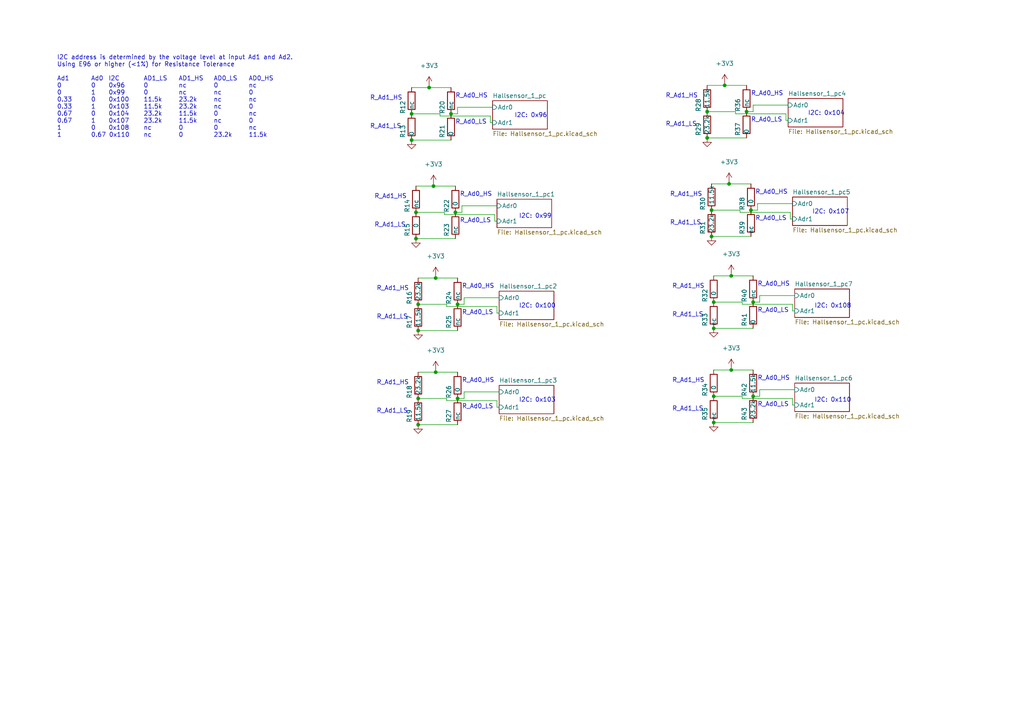
<source format=kicad_sch>
(kicad_sch (version 20230121) (generator eeschema)

  (uuid 4854f960-797b-4078-b099-5a3b292b60db)

  (paper "A4")

  (lib_symbols
    (symbol "Device:R" (pin_numbers hide) (pin_names (offset 0)) (in_bom yes) (on_board yes)
      (property "Reference" "R" (at 2.032 0 90)
        (effects (font (size 1.27 1.27)))
      )
      (property "Value" "R" (at 0 0 90)
        (effects (font (size 1.27 1.27)))
      )
      (property "Footprint" "" (at -1.778 0 90)
        (effects (font (size 1.27 1.27)) hide)
      )
      (property "Datasheet" "~" (at 0 0 0)
        (effects (font (size 1.27 1.27)) hide)
      )
      (property "ki_keywords" "R res resistor" (at 0 0 0)
        (effects (font (size 1.27 1.27)) hide)
      )
      (property "ki_description" "Resistor" (at 0 0 0)
        (effects (font (size 1.27 1.27)) hide)
      )
      (property "ki_fp_filters" "R_*" (at 0 0 0)
        (effects (font (size 1.27 1.27)) hide)
      )
      (symbol "R_0_1"
        (rectangle (start -1.016 -2.54) (end 1.016 2.54)
          (stroke (width 0.254) (type default))
          (fill (type none))
        )
      )
      (symbol "R_1_1"
        (pin passive line (at 0 3.81 270) (length 1.27)
          (name "~" (effects (font (size 1.27 1.27))))
          (number "1" (effects (font (size 1.27 1.27))))
        )
        (pin passive line (at 0 -3.81 90) (length 1.27)
          (name "~" (effects (font (size 1.27 1.27))))
          (number "2" (effects (font (size 1.27 1.27))))
        )
      )
    )
    (symbol "power:+3.3V" (power) (pin_names (offset 0)) (in_bom yes) (on_board yes)
      (property "Reference" "#PWR" (at 0 -3.81 0)
        (effects (font (size 1.27 1.27)) hide)
      )
      (property "Value" "+3.3V" (at 0 3.556 0)
        (effects (font (size 1.27 1.27)))
      )
      (property "Footprint" "" (at 0 0 0)
        (effects (font (size 1.27 1.27)) hide)
      )
      (property "Datasheet" "" (at 0 0 0)
        (effects (font (size 1.27 1.27)) hide)
      )
      (property "ki_keywords" "power-flag" (at 0 0 0)
        (effects (font (size 1.27 1.27)) hide)
      )
      (property "ki_description" "Power symbol creates a global label with name \"+3.3V\"" (at 0 0 0)
        (effects (font (size 1.27 1.27)) hide)
      )
      (symbol "+3.3V_0_1"
        (polyline
          (pts
            (xy -0.762 1.27)
            (xy 0 2.54)
          )
          (stroke (width 0) (type default))
          (fill (type none))
        )
        (polyline
          (pts
            (xy 0 0)
            (xy 0 2.54)
          )
          (stroke (width 0) (type default))
          (fill (type none))
        )
        (polyline
          (pts
            (xy 0 2.54)
            (xy 0.762 1.27)
          )
          (stroke (width 0) (type default))
          (fill (type none))
        )
      )
      (symbol "+3.3V_1_1"
        (pin power_in line (at 0 0 90) (length 0) hide
          (name "+3V3" (effects (font (size 1.27 1.27))))
          (number "1" (effects (font (size 1.27 1.27))))
        )
      )
    )
    (symbol "power:GND" (power) (pin_names (offset 0)) (in_bom yes) (on_board yes)
      (property "Reference" "#PWR" (at 0 -6.35 0)
        (effects (font (size 1.27 1.27)) hide)
      )
      (property "Value" "GND" (at 0 -3.81 0)
        (effects (font (size 1.27 1.27)))
      )
      (property "Footprint" "" (at 0 0 0)
        (effects (font (size 1.27 1.27)) hide)
      )
      (property "Datasheet" "" (at 0 0 0)
        (effects (font (size 1.27 1.27)) hide)
      )
      (property "ki_keywords" "power-flag" (at 0 0 0)
        (effects (font (size 1.27 1.27)) hide)
      )
      (property "ki_description" "Power symbol creates a global label with name \"GND\" , ground" (at 0 0 0)
        (effects (font (size 1.27 1.27)) hide)
      )
      (symbol "GND_0_1"
        (polyline
          (pts
            (xy 0 0)
            (xy 0 -1.27)
            (xy 1.27 -1.27)
            (xy 0 -2.54)
            (xy -1.27 -1.27)
            (xy 0 -1.27)
          )
          (stroke (width 0) (type default))
          (fill (type none))
        )
      )
      (symbol "GND_1_1"
        (pin power_in line (at 0 0 270) (length 0) hide
          (name "GND" (effects (font (size 1.27 1.27))))
          (number "1" (effects (font (size 1.27 1.27))))
        )
      )
    )
  )

  (junction (at 212.09 107.315) (diameter 0) (color 0 0 0 0)
    (uuid 03962e85-d7a5-454d-b960-24badc165159)
  )
  (junction (at 207.01 87.63) (diameter 0) (color 0 0 0 0)
    (uuid 06dd1d48-cfca-4384-886e-badbfacad360)
  )
  (junction (at 206.375 68.58) (diameter 0) (color 0 0 0 0)
    (uuid 0863abdc-b4e6-4c7e-8328-66adfa8fd9c1)
  )
  (junction (at 206.375 60.96) (diameter 0) (color 0 0 0 0)
    (uuid 0ef86fba-c938-4253-bac0-6480d7d3fc8e)
  )
  (junction (at 211.455 53.34) (diameter 0) (color 0 0 0 0)
    (uuid 123c7675-5625-4df3-aa7f-817e6ea87ae4)
  )
  (junction (at 121.285 88.265) (diameter 0) (color 0 0 0 0)
    (uuid 17f4ae2c-316f-4545-8d20-278224575f29)
  )
  (junction (at 132.715 115.57) (diameter 0) (color 0 0 0 0)
    (uuid 1b35e70f-cdfb-46ec-9f62-7b2c77b21afa)
  )
  (junction (at 132.08 61.595) (diameter 0) (color 0 0 0 0)
    (uuid 41002a13-2c34-41f8-8df0-2174154b69cc)
  )
  (junction (at 207.01 122.555) (diameter 0) (color 0 0 0 0)
    (uuid 431ec8a8-4576-45d4-8031-992d58427885)
  )
  (junction (at 121.285 95.885) (diameter 0) (color 0 0 0 0)
    (uuid 4366acbd-8f0c-4bcb-a20c-0defa24da68a)
  )
  (junction (at 132.715 88.265) (diameter 0) (color 0 0 0 0)
    (uuid 44a872d6-0ad9-4745-86e0-693a0be44177)
  )
  (junction (at 126.365 107.95) (diameter 0) (color 0 0 0 0)
    (uuid 4711da26-01b5-4af5-aa4a-35407f60ea18)
  )
  (junction (at 205.105 40.005) (diameter 0) (color 0 0 0 0)
    (uuid 48f146dc-6021-46dc-b6a2-d0c71bf89abb)
  )
  (junction (at 130.81 33.02) (diameter 0) (color 0 0 0 0)
    (uuid 4dd8f335-1754-4570-9cb6-4f09bdb72ef5)
  )
  (junction (at 119.38 40.64) (diameter 0) (color 0 0 0 0)
    (uuid 79761068-9307-47e2-84eb-e54b93841f3d)
  )
  (junction (at 125.73 53.975) (diameter 0) (color 0 0 0 0)
    (uuid 864fd3ff-7fe5-4102-ad0b-9ca085ffb1de)
  )
  (junction (at 216.535 32.385) (diameter 0) (color 0 0 0 0)
    (uuid 8cbf1644-8a5d-43ef-b23d-b18d33bf2560)
  )
  (junction (at 121.285 123.19) (diameter 0) (color 0 0 0 0)
    (uuid 8ebaf065-59ec-400b-aa8b-119643295cfe)
  )
  (junction (at 207.01 95.25) (diameter 0) (color 0 0 0 0)
    (uuid 929a8bf1-b391-4894-a819-f2e4e40644cb)
  )
  (junction (at 207.01 114.935) (diameter 0) (color 0 0 0 0)
    (uuid 95fde810-f4f2-41fb-9f74-c1f8bb10f152)
  )
  (junction (at 120.65 61.595) (diameter 0) (color 0 0 0 0)
    (uuid 99b3d50f-a4a1-42c1-b5a4-08d0778b0c4c)
  )
  (junction (at 119.38 33.02) (diameter 0) (color 0 0 0 0)
    (uuid 9f37d545-d6af-4303-b8f7-6a2dffe89fef)
  )
  (junction (at 218.44 114.935) (diameter 0) (color 0 0 0 0)
    (uuid a6c7c4bb-5a59-4efd-b5fc-b72aa1690cf4)
  )
  (junction (at 120.65 69.215) (diameter 0) (color 0 0 0 0)
    (uuid acf7e3d4-2e8f-440b-b3f3-5a0793d811d5)
  )
  (junction (at 218.44 87.63) (diameter 0) (color 0 0 0 0)
    (uuid b00e9892-899c-4c1b-a5fc-f5b90e6ec1e3)
  )
  (junction (at 124.46 25.4) (diameter 0) (color 0 0 0 0)
    (uuid c7817a4b-aa58-424d-9dc7-efaf0999dde6)
  )
  (junction (at 121.285 115.57) (diameter 0) (color 0 0 0 0)
    (uuid ce37a6bc-de46-4e51-9d09-e0bf0ecf5d88)
  )
  (junction (at 210.185 24.765) (diameter 0) (color 0 0 0 0)
    (uuid d1de5c83-ae92-48cb-af0e-8ca2beb5a8bc)
  )
  (junction (at 126.365 80.645) (diameter 0) (color 0 0 0 0)
    (uuid d4c42303-97c4-4465-98d2-706844d33583)
  )
  (junction (at 205.105 32.385) (diameter 0) (color 0 0 0 0)
    (uuid e28d19e4-e825-4ba0-ae5a-b317c212f5c9)
  )
  (junction (at 217.805 60.96) (diameter 0) (color 0 0 0 0)
    (uuid eed153e4-67c5-4cf2-bfdd-c716a91d144f)
  )
  (junction (at 212.09 80.01) (diameter 0) (color 0 0 0 0)
    (uuid fa7ff5b1-599f-4e9a-93b7-e20e5ee342a9)
  )

  (wire (pts (xy 130.81 33.02) (xy 132.715 33.02))
    (stroke (width 0) (type default))
    (uuid 036ec6fb-5b7f-4bdc-9449-a7a9512a72b9)
  )
  (wire (pts (xy 124.46 24.765) (xy 124.46 25.4))
    (stroke (width 0) (type default))
    (uuid 05ae2600-6806-4cae-a774-7b633fead8b6)
  )
  (wire (pts (xy 214.63 61.595) (xy 229.235 61.595))
    (stroke (width 0) (type default))
    (uuid 06d5d1cb-ee94-4882-ba91-2e4685da6ab5)
  )
  (wire (pts (xy 125.73 53.975) (xy 132.08 53.975))
    (stroke (width 0) (type default))
    (uuid 0818e8ea-2c94-4aa5-867a-3ab2b21b2eaf)
  )
  (wire (pts (xy 207.01 107.315) (xy 212.09 107.315))
    (stroke (width 0) (type default))
    (uuid 09609b5d-3461-4275-9a54-68ad2ab4b074)
  )
  (wire (pts (xy 121.285 95.885) (xy 132.715 95.885))
    (stroke (width 0) (type default))
    (uuid 09d871de-8ec3-4b47-89c9-c2e286751ee7)
  )
  (wire (pts (xy 133.985 59.69) (xy 144.145 59.69))
    (stroke (width 0) (type default))
    (uuid 0c144b1f-a0a7-4232-b338-078ab016d124)
  )
  (wire (pts (xy 215.265 114.935) (xy 215.265 115.57))
    (stroke (width 0) (type default))
    (uuid 0d021ff7-24d3-4f36-a69f-efac6ca9f6ec)
  )
  (wire (pts (xy 212.09 107.315) (xy 218.44 107.315))
    (stroke (width 0) (type default))
    (uuid 0e361449-0597-45d8-951e-ba44a7567985)
  )
  (wire (pts (xy 212.09 79.375) (xy 212.09 80.01))
    (stroke (width 0) (type default))
    (uuid 13bb86e2-a6ac-476c-9ccd-ac099085c748)
  )
  (wire (pts (xy 206.375 60.96) (xy 214.63 60.96))
    (stroke (width 0) (type default))
    (uuid 1568911f-ee1c-4bf6-88a1-27c3d193882e)
  )
  (wire (pts (xy 132.715 88.265) (xy 134.62 88.265))
    (stroke (width 0) (type default))
    (uuid 1e4c3748-3f3d-4798-9dc1-a2518cd6e50d)
  )
  (wire (pts (xy 121.285 115.57) (xy 129.54 115.57))
    (stroke (width 0) (type default))
    (uuid 20f6159f-fd4e-4dc1-b76c-f4f6e70e964a)
  )
  (wire (pts (xy 207.01 95.25) (xy 218.44 95.25))
    (stroke (width 0) (type default))
    (uuid 22f5f2a1-9428-446f-bcaf-eb2122224d32)
  )
  (wire (pts (xy 119.38 40.64) (xy 130.81 40.64))
    (stroke (width 0) (type default))
    (uuid 238aa395-4c65-467e-a2f1-aebcc68568dd)
  )
  (wire (pts (xy 218.44 114.935) (xy 220.345 114.935))
    (stroke (width 0) (type default))
    (uuid 23cc2431-e0b9-4bd1-938f-158c41191da6)
  )
  (wire (pts (xy 120.65 61.595) (xy 128.905 61.595))
    (stroke (width 0) (type default))
    (uuid 28aa33fd-c009-43a3-b123-36b2cbe9cd6d)
  )
  (wire (pts (xy 144.145 118.11) (xy 144.78 118.11))
    (stroke (width 0) (type default))
    (uuid 28d08d80-4cf0-410f-b27f-4307d56c2caa)
  )
  (wire (pts (xy 119.38 33.02) (xy 127.635 33.02))
    (stroke (width 0) (type default))
    (uuid 2b4907d7-44ef-4fbc-82fd-b4aa5772cff2)
  )
  (wire (pts (xy 129.54 88.265) (xy 129.54 88.9))
    (stroke (width 0) (type default))
    (uuid 2c8d88b7-0af3-41fd-a2df-0db727506c3b)
  )
  (wire (pts (xy 121.285 123.19) (xy 132.715 123.19))
    (stroke (width 0) (type default))
    (uuid 2eb0c952-4aa5-4ee1-b2e0-1774b5691df7)
  )
  (wire (pts (xy 134.62 113.665) (xy 144.78 113.665))
    (stroke (width 0) (type default))
    (uuid 2fff487f-c2f8-4a60-9393-2184558d5692)
  )
  (wire (pts (xy 127.635 33.02) (xy 127.635 33.655))
    (stroke (width 0) (type default))
    (uuid 346e0887-0250-40b3-b33c-209e25eebe5b)
  )
  (wire (pts (xy 120.65 53.975) (xy 125.73 53.975))
    (stroke (width 0) (type default))
    (uuid 34f06399-6561-4041-876c-0bcd398fa018)
  )
  (wire (pts (xy 134.62 88.265) (xy 134.62 86.36))
    (stroke (width 0) (type default))
    (uuid 3563903f-b40d-46d7-8ce3-685e71362621)
  )
  (wire (pts (xy 142.24 35.56) (xy 142.875 35.56))
    (stroke (width 0) (type default))
    (uuid 38d25a78-602e-4712-8714-6f95367f2797)
  )
  (wire (pts (xy 126.365 80.645) (xy 132.715 80.645))
    (stroke (width 0) (type default))
    (uuid 3be93fea-7885-4cdf-bfaf-1091e72aa2ae)
  )
  (wire (pts (xy 211.455 53.34) (xy 217.805 53.34))
    (stroke (width 0) (type default))
    (uuid 465a5b3d-bab6-4218-b161-03dae1de3d29)
  )
  (wire (pts (xy 126.365 107.315) (xy 126.365 107.95))
    (stroke (width 0) (type default))
    (uuid 506a3b6a-28a8-474a-a35a-c6a73a135fff)
  )
  (wire (pts (xy 205.105 40.005) (xy 216.535 40.005))
    (stroke (width 0) (type default))
    (uuid 51702612-016e-44c1-84ec-757801d8bf7f)
  )
  (wire (pts (xy 227.965 34.925) (xy 228.6 34.925))
    (stroke (width 0) (type default))
    (uuid 54cabece-5781-4229-8e2f-b1c8df8b84d3)
  )
  (wire (pts (xy 205.105 32.385) (xy 213.36 32.385))
    (stroke (width 0) (type default))
    (uuid 55143b26-4065-4570-bde6-b5168172cc03)
  )
  (wire (pts (xy 213.36 33.02) (xy 227.965 33.02))
    (stroke (width 0) (type default))
    (uuid 5561c14d-378a-4d12-9f5b-90b66f113d18)
  )
  (wire (pts (xy 227.965 33.02) (xy 227.965 34.925))
    (stroke (width 0) (type default))
    (uuid 5e54bc53-490e-4e71-8a07-360c5718b78a)
  )
  (wire (pts (xy 126.365 107.95) (xy 132.715 107.95))
    (stroke (width 0) (type default))
    (uuid 5f9c9722-caa0-4853-9bf4-e333c5f33a8e)
  )
  (wire (pts (xy 143.51 64.135) (xy 144.145 64.135))
    (stroke (width 0) (type default))
    (uuid 631772c4-be75-4b22-bb00-67652de9f226)
  )
  (wire (pts (xy 206.375 68.58) (xy 217.805 68.58))
    (stroke (width 0) (type default))
    (uuid 6543eb9e-70bc-4f57-b3ed-c968d6024e0b)
  )
  (wire (pts (xy 121.285 88.265) (xy 129.54 88.265))
    (stroke (width 0) (type default))
    (uuid 6a4fccb5-e4c0-48f3-90cf-a18ef25e90a6)
  )
  (wire (pts (xy 125.73 53.34) (xy 125.73 53.975))
    (stroke (width 0) (type default))
    (uuid 6c91ab35-9c5d-431e-b092-a616f28c8c4d)
  )
  (wire (pts (xy 210.185 24.13) (xy 210.185 24.765))
    (stroke (width 0) (type default))
    (uuid 6d8f0b01-3d52-4373-a921-772fb5c8e5df)
  )
  (wire (pts (xy 218.44 87.63) (xy 220.345 87.63))
    (stroke (width 0) (type default))
    (uuid 6ddb465a-f03e-401e-bf53-ed4adfd9caea)
  )
  (wire (pts (xy 218.44 32.385) (xy 218.44 30.48))
    (stroke (width 0) (type default))
    (uuid 6e6d4014-f2f5-4ab9-8051-d4c7dba01740)
  )
  (wire (pts (xy 220.345 114.935) (xy 220.345 113.03))
    (stroke (width 0) (type default))
    (uuid 6ef06acf-94a7-441c-8775-3119ee16bcf5)
  )
  (wire (pts (xy 219.71 60.96) (xy 219.71 59.055))
    (stroke (width 0) (type default))
    (uuid 70d2cd73-2930-4082-b553-effd86e08184)
  )
  (wire (pts (xy 217.805 60.96) (xy 219.71 60.96))
    (stroke (width 0) (type default))
    (uuid 751bc3ec-0153-4263-b37b-ce848fb27bd8)
  )
  (wire (pts (xy 127.635 33.655) (xy 142.24 33.655))
    (stroke (width 0) (type default))
    (uuid 761727ce-88e4-4d1c-ac4e-1a2fe825ee75)
  )
  (wire (pts (xy 220.345 85.725) (xy 230.505 85.725))
    (stroke (width 0) (type default))
    (uuid 77786364-3a05-485d-adc7-be58026c76a9)
  )
  (wire (pts (xy 144.145 90.805) (xy 144.78 90.805))
    (stroke (width 0) (type default))
    (uuid 844f0fb1-3969-4226-b71f-29662afd6daa)
  )
  (wire (pts (xy 119.38 25.4) (xy 124.46 25.4))
    (stroke (width 0) (type default))
    (uuid 8bb7fe10-bd59-4a0b-9534-02b3456522c1)
  )
  (wire (pts (xy 128.905 62.23) (xy 143.51 62.23))
    (stroke (width 0) (type default))
    (uuid 93e4e4b7-10aa-40db-beae-3fba43e3285f)
  )
  (wire (pts (xy 132.715 33.02) (xy 132.715 31.115))
    (stroke (width 0) (type default))
    (uuid 94b229b8-a867-416d-a6a2-fea29a9f01a6)
  )
  (wire (pts (xy 134.62 86.36) (xy 144.78 86.36))
    (stroke (width 0) (type default))
    (uuid 96259ad8-46b2-4381-945f-ea413d141f80)
  )
  (wire (pts (xy 229.235 63.5) (xy 229.87 63.5))
    (stroke (width 0) (type default))
    (uuid 9966020e-db05-4c5c-9bb1-3846fae57ed7)
  )
  (wire (pts (xy 144.145 116.205) (xy 144.145 118.11))
    (stroke (width 0) (type default))
    (uuid 9a59b67e-0dfc-409f-bf5c-a348f9fbd046)
  )
  (wire (pts (xy 207.01 80.01) (xy 212.09 80.01))
    (stroke (width 0) (type default))
    (uuid 9ce37e23-b71f-44b2-82aa-0143bc537f2f)
  )
  (wire (pts (xy 143.51 62.23) (xy 143.51 64.135))
    (stroke (width 0) (type default))
    (uuid a4349c4d-18bf-4088-ad47-6fd4812dce7c)
  )
  (wire (pts (xy 129.54 115.57) (xy 129.54 116.205))
    (stroke (width 0) (type default))
    (uuid a4dd33c8-7992-4a59-aa46-b04ec7d3fa34)
  )
  (wire (pts (xy 215.265 88.265) (xy 229.87 88.265))
    (stroke (width 0) (type default))
    (uuid a55c8033-36e8-4839-a6fd-6a76d2bbedf9)
  )
  (wire (pts (xy 126.365 80.01) (xy 126.365 80.645))
    (stroke (width 0) (type default))
    (uuid a5cad62c-6039-4aab-bb43-605285c84114)
  )
  (wire (pts (xy 218.44 30.48) (xy 228.6 30.48))
    (stroke (width 0) (type default))
    (uuid a5de2997-029c-4aa4-a330-abf70f49f942)
  )
  (wire (pts (xy 120.65 69.215) (xy 132.08 69.215))
    (stroke (width 0) (type default))
    (uuid a6a01419-efa6-427b-9a57-aa76f3ceea9e)
  )
  (wire (pts (xy 207.01 122.555) (xy 218.44 122.555))
    (stroke (width 0) (type default))
    (uuid a6aa638a-efe1-41d1-a308-6242df475695)
  )
  (wire (pts (xy 124.46 25.4) (xy 130.81 25.4))
    (stroke (width 0) (type default))
    (uuid a74fde7f-0110-4ba3-92a5-d4461aa60adb)
  )
  (wire (pts (xy 207.01 114.935) (xy 215.265 114.935))
    (stroke (width 0) (type default))
    (uuid a7990b1a-d93f-4bf6-9688-5f1d5fd207ed)
  )
  (wire (pts (xy 142.24 33.655) (xy 142.24 35.56))
    (stroke (width 0) (type default))
    (uuid a814cf99-9cde-416e-8bbf-a1dc03d8c86a)
  )
  (wire (pts (xy 215.265 115.57) (xy 229.87 115.57))
    (stroke (width 0) (type default))
    (uuid adabc1bb-3827-4719-9231-457e8994076e)
  )
  (wire (pts (xy 133.985 61.595) (xy 133.985 59.69))
    (stroke (width 0) (type default))
    (uuid ae9237ef-9de6-4d7e-95ac-e02ad6c3f2eb)
  )
  (wire (pts (xy 212.09 106.68) (xy 212.09 107.315))
    (stroke (width 0) (type default))
    (uuid b5c65611-d7bb-46c5-a317-ac84326c36b7)
  )
  (wire (pts (xy 207.01 87.63) (xy 215.265 87.63))
    (stroke (width 0) (type default))
    (uuid b9e3aa77-be69-436f-a3f6-aabb253b72db)
  )
  (wire (pts (xy 121.285 107.95) (xy 126.365 107.95))
    (stroke (width 0) (type default))
    (uuid c39ad849-65af-448a-89d6-b7402633edc2)
  )
  (wire (pts (xy 212.09 80.01) (xy 218.44 80.01))
    (stroke (width 0) (type default))
    (uuid c73c8b6c-5bc7-4541-b2b5-1fb7f9ee2ce4)
  )
  (wire (pts (xy 134.62 115.57) (xy 134.62 113.665))
    (stroke (width 0) (type default))
    (uuid cae33fc6-dd58-4d8c-8133-563f1a6c4942)
  )
  (wire (pts (xy 129.54 116.205) (xy 144.145 116.205))
    (stroke (width 0) (type default))
    (uuid ccaac1e6-04f5-4132-b32b-8539bc94a8de)
  )
  (wire (pts (xy 211.455 52.705) (xy 211.455 53.34))
    (stroke (width 0) (type default))
    (uuid cddf3ba8-8477-4a8e-a711-1a631e506c38)
  )
  (wire (pts (xy 229.87 90.17) (xy 230.505 90.17))
    (stroke (width 0) (type default))
    (uuid d1a0c428-0a0a-4443-af71-2563a8ac1d2d)
  )
  (wire (pts (xy 210.185 24.765) (xy 216.535 24.765))
    (stroke (width 0) (type default))
    (uuid d773f345-028e-4b3f-b055-cbd877ed46b7)
  )
  (wire (pts (xy 220.345 87.63) (xy 220.345 85.725))
    (stroke (width 0) (type default))
    (uuid d7b2b70b-51e8-4c92-820a-d9481fe18140)
  )
  (wire (pts (xy 219.71 59.055) (xy 229.87 59.055))
    (stroke (width 0) (type default))
    (uuid d8a776d2-edfa-4caa-b587-c0e6a7e14d85)
  )
  (wire (pts (xy 144.145 88.9) (xy 144.145 90.805))
    (stroke (width 0) (type default))
    (uuid d8c353d7-cedd-4b9f-87cf-bbafd6b90668)
  )
  (wire (pts (xy 216.535 32.385) (xy 218.44 32.385))
    (stroke (width 0) (type default))
    (uuid d95e7ff7-16b3-4ab6-96bc-f11e1d104db8)
  )
  (wire (pts (xy 205.105 24.765) (xy 210.185 24.765))
    (stroke (width 0) (type default))
    (uuid dad31e58-19ca-4417-8387-6d7d5ed559d7)
  )
  (wire (pts (xy 128.905 61.595) (xy 128.905 62.23))
    (stroke (width 0) (type default))
    (uuid daf12b73-853c-49e8-866d-b50dd910d118)
  )
  (wire (pts (xy 206.375 53.34) (xy 211.455 53.34))
    (stroke (width 0) (type default))
    (uuid de167b34-0a70-4d14-8870-0b8bc5f8210e)
  )
  (wire (pts (xy 229.87 115.57) (xy 229.87 117.475))
    (stroke (width 0) (type default))
    (uuid dfdecdad-297d-4761-a1f8-eacb87e6b442)
  )
  (wire (pts (xy 215.265 87.63) (xy 215.265 88.265))
    (stroke (width 0) (type default))
    (uuid e00579aa-8b61-4a6d-a70e-15013366b66b)
  )
  (wire (pts (xy 220.345 113.03) (xy 230.505 113.03))
    (stroke (width 0) (type default))
    (uuid e098f251-9342-41e5-a201-87b3f6d696f9)
  )
  (wire (pts (xy 132.715 115.57) (xy 134.62 115.57))
    (stroke (width 0) (type default))
    (uuid e70aedb7-aa4d-4fde-bf2a-71d5c593044c)
  )
  (wire (pts (xy 229.87 88.265) (xy 229.87 90.17))
    (stroke (width 0) (type default))
    (uuid e8a30185-ff94-45dd-955f-178080295955)
  )
  (wire (pts (xy 214.63 60.96) (xy 214.63 61.595))
    (stroke (width 0) (type default))
    (uuid eaea3f15-03cf-4704-bcd1-6e24c424fdb3)
  )
  (wire (pts (xy 132.08 61.595) (xy 133.985 61.595))
    (stroke (width 0) (type default))
    (uuid eb4a6667-e05f-4105-a6a2-b6de9e4f971a)
  )
  (wire (pts (xy 132.715 31.115) (xy 142.875 31.115))
    (stroke (width 0) (type default))
    (uuid ec0cdd98-0d5b-4b4d-8dcf-3a8cda9a620b)
  )
  (wire (pts (xy 129.54 88.9) (xy 144.145 88.9))
    (stroke (width 0) (type default))
    (uuid f1d4d3ee-d0c1-448c-b39a-cb15fb365bb6)
  )
  (wire (pts (xy 213.36 32.385) (xy 213.36 33.02))
    (stroke (width 0) (type default))
    (uuid f4aebaa9-00aa-4075-8efc-a5f531375816)
  )
  (wire (pts (xy 121.285 80.645) (xy 126.365 80.645))
    (stroke (width 0) (type default))
    (uuid f775d61e-8c88-408e-a04d-9881322393e5)
  )
  (wire (pts (xy 229.87 117.475) (xy 230.505 117.475))
    (stroke (width 0) (type default))
    (uuid f7bf5e5b-56dd-413a-a650-23b99c14ed9e)
  )
  (wire (pts (xy 229.235 61.595) (xy 229.235 63.5))
    (stroke (width 0) (type default))
    (uuid ff400bec-ef06-4dbb-9c85-4365a7d29e10)
  )

  (text "R_Ad1_LS" (at 193.04 36.83 0)
    (effects (font (size 1.27 1.27)) (justify left bottom))
    (uuid 00917101-98ca-459e-a1c6-bdad18cd8196)
  )
  (text "R_Ad0_LS" (at 219.71 90.805 0)
    (effects (font (size 1.27 1.27)) (justify left bottom))
    (uuid 0400e2df-e39e-4c54-8a0c-7a4c44e97966)
  )
  (text "R_Ad0_LS" (at 219.71 118.11 0)
    (effects (font (size 1.27 1.27)) (justify left bottom))
    (uuid 07c0bbf5-69d5-49f3-94eb-4b76a592f7c2)
  )
  (text "R_Ad1_HS" (at 194.945 83.82 0)
    (effects (font (size 1.27 1.27)) (justify left bottom))
    (uuid 1f83d883-ba7e-468f-a220-5f5c108dd05b)
  )
  (text "R_Ad1_LS" (at 109.22 120.015 0)
    (effects (font (size 1.27 1.27)) (justify left bottom))
    (uuid 371c49f2-e2b9-44ae-819d-be100bbe7a64)
  )
  (text "R_Ad0_LS" (at 219.075 64.135 0)
    (effects (font (size 1.27 1.27)) (justify left bottom))
    (uuid 37598e2a-ef31-459f-bb52-1c7d25fb599b)
  )
  (text "R_Ad0_LS" (at 132.08 36.195 0)
    (effects (font (size 1.27 1.27)) (justify left bottom))
    (uuid 3c1994b7-5a85-461e-9581-fac53a4a1d4e)
  )
  (text "R_Ad0_LS" (at 133.35 64.77 0)
    (effects (font (size 1.27 1.27)) (justify left bottom))
    (uuid 3d1c9fcb-1aeb-49ba-9aab-d33268c1dd2f)
  )
  (text "R_Ad1_HS" (at 194.31 57.15 0)
    (effects (font (size 1.27 1.27)) (justify left bottom))
    (uuid 3ea0e6dc-1acb-4a70-b3d0-5778bdb79225)
  )
  (text "R_Ad0_LS" (at 133.985 91.44 0)
    (effects (font (size 1.27 1.27)) (justify left bottom))
    (uuid 4344707d-d44b-44e2-8b3c-92c20f5524a0)
  )
  (text "R_Ad1_HS" (at 194.945 111.125 0)
    (effects (font (size 1.27 1.27)) (justify left bottom))
    (uuid 4c4bc8c5-f382-47cc-a80f-9c0ecc198014)
  )
  (text "R_Ad1_HS" (at 193.04 28.575 0)
    (effects (font (size 1.27 1.27)) (justify left bottom))
    (uuid 4fe0e6c6-fcc3-4a51-a1f0-a7e80c171933)
  )
  (text "R_Ad0_HS" (at 133.985 83.82 0)
    (effects (font (size 1.27 1.27)) (justify left bottom))
    (uuid 50e82798-bd64-4220-b9c4-339d8a8cc9c5)
  )
  (text "I2C: 0x103" (at 150.495 116.84 0)
    (effects (font (size 1.27 1.27)) (justify left bottom))
    (uuid 51f30845-4ede-45c3-a8f7-ada073d8379e)
  )
  (text "R_Ad1_LS" (at 194.31 65.405 0)
    (effects (font (size 1.27 1.27)) (justify left bottom))
    (uuid 52276828-ee7e-4ea4-9060-85e130295926)
  )
  (text "R_Ad1_HS" (at 109.22 84.455 0)
    (effects (font (size 1.27 1.27)) (justify left bottom))
    (uuid 5c052d11-53f0-4b36-ac0c-6f26562088f1)
  )
  (text "I2C: 0x104" (at 234.315 33.655 0)
    (effects (font (size 1.27 1.27)) (justify left bottom))
    (uuid 66903869-0ea4-4c4d-ac86-b19f97449d4d)
  )
  (text "I2C: 0x100" (at 150.495 89.535 0)
    (effects (font (size 1.27 1.27)) (justify left bottom))
    (uuid 68e88ea8-fa72-475e-83c9-58adf6e693cd)
  )
  (text "R_Ad0_LS" (at 133.985 118.745 0)
    (effects (font (size 1.27 1.27)) (justify left bottom))
    (uuid 6a80e688-eb7f-4b03-b992-c09f65e338be)
  )
  (text "R_Ad0_HS" (at 133.35 57.15 0)
    (effects (font (size 1.27 1.27)) (justify left bottom))
    (uuid 6b96f353-85d7-4674-8439-7ef61f11813f)
  )
  (text "R_Ad1_LS" (at 107.315 37.465 0)
    (effects (font (size 1.27 1.27)) (justify left bottom))
    (uuid 70dc06da-c7a3-4446-b166-9b0fac6f0366)
  )
  (text "R_Ad1_HS" (at 108.585 57.785 0)
    (effects (font (size 1.27 1.27)) (justify left bottom))
    (uuid 780a0193-a088-4a8f-b5ac-18a1fa3145e8)
  )
  (text "I2C: 0x110" (at 236.22 116.84 0)
    (effects (font (size 1.27 1.27)) (justify left bottom))
    (uuid 7a9579b2-569c-4652-aa77-63f511299d35)
  )
  (text "R_Ad0_LS" (at 217.805 35.56 0)
    (effects (font (size 1.27 1.27)) (justify left bottom))
    (uuid 7d695d21-f09c-40da-b78f-6b68efd9ba49)
  )
  (text "I2C address is determined by the voltage level at input Ad1 and Ad2.\nUsing E96 or higher (<1%) for Resistance Tolerance\n\nAd1		Ad0	I2C		AD1_LS	AD1_HS	AD0_LS	AD0_HS\n0		0	0x96	0		nc		0		nc		\n0		1	0x99	0		nc		nc		0\n0.33	0	0x100	11.5k	23.2k	nc		nc\n0.33	1	0x103	11.5k	23.2k	nc		0\n0.67	0	0x104	23.2k	11.5k	0		nc\n0.67	1	0x107	23.2k	11.5k	nc		0\n1		0	0x108	nc		0		0		nc\n1		0.67 0x110	nc		0		23.2k	11.5k"
    (at 16.51 40.005 0)
    (effects (font (size 1.27 1.27)) (justify left bottom))
    (uuid 8145cd7c-5b2c-48e1-ab4b-bfae313140c4)
  )
  (text "R_Ad0_HS" (at 219.075 56.515 0)
    (effects (font (size 1.27 1.27)) (justify left bottom))
    (uuid 8377cb80-a24e-4a1d-a753-0b285e52f177)
  )
  (text "R_Ad1_HS" (at 109.22 111.76 0)
    (effects (font (size 1.27 1.27)) (justify left bottom))
    (uuid 84e1bd2e-cb61-4fce-9526-4eee59550be3)
  )
  (text "R_Ad1_HS" (at 107.315 29.21 0)
    (effects (font (size 1.27 1.27)) (justify left bottom))
    (uuid 8f0d895a-f72c-4660-a44c-88005cf450cd)
  )
  (text "I2C: 0x107" (at 235.585 62.23 0)
    (effects (font (size 1.27 1.27)) (justify left bottom))
    (uuid 96e53e65-ad17-4bb2-b2af-fe99c64cbf4a)
  )
  (text "R_Ad0_HS" (at 132.08 28.575 0)
    (effects (font (size 1.27 1.27)) (justify left bottom))
    (uuid 97f8eb3c-3e28-4641-ac81-f58709057b55)
  )
  (text "R_Ad0_HS" (at 219.71 110.49 0)
    (effects (font (size 1.27 1.27)) (justify left bottom))
    (uuid a8ab50e6-7c31-43d9-93b0-83a92110d70f)
  )
  (text "I2C: 0x99" (at 150.495 63.5 0)
    (effects (font (size 1.27 1.27)) (justify left bottom))
    (uuid bb5d4a3d-519f-4d78-abc1-3e4a62d3a573)
  )
  (text "R_Ad1_LS" (at 194.945 92.075 0)
    (effects (font (size 1.27 1.27)) (justify left bottom))
    (uuid beceb3e6-5e00-4e95-aca7-249b4a74601d)
  )
  (text "R_Ad1_LS" (at 109.22 92.71 0)
    (effects (font (size 1.27 1.27)) (justify left bottom))
    (uuid c2351cc9-c4dd-47ca-84a4-22c16b09ecea)
  )
  (text "R_Ad0_HS" (at 217.805 27.94 0)
    (effects (font (size 1.27 1.27)) (justify left bottom))
    (uuid cd4688c4-b964-47c6-b5b5-88a265940bfb)
  )
  (text "R_Ad1_LS" (at 108.585 66.04 0)
    (effects (font (size 1.27 1.27)) (justify left bottom))
    (uuid d066dfe1-dc69-41ad-9878-0924fc6992e6)
  )
  (text "I2C: 0x108" (at 236.22 89.535 0)
    (effects (font (size 1.27 1.27)) (justify left bottom))
    (uuid d8cd4455-bc47-4ed1-9f58-256a2a8a7875)
  )
  (text "R_Ad0_HS" (at 133.985 111.125 0)
    (effects (font (size 1.27 1.27)) (justify left bottom))
    (uuid dbf39b55-80d8-4374-b73a-e6c50afe7901)
  )
  (text "I2C: 0x96" (at 149.225 34.29 0)
    (effects (font (size 1.27 1.27)) (justify left bottom))
    (uuid e244dddd-c68b-4e11-9bc2-abd90f6a5308)
  )
  (text "R_Ad1_LS" (at 194.945 119.38 0)
    (effects (font (size 1.27 1.27)) (justify left bottom))
    (uuid e95218f0-d2f1-4468-8af0-cc0b80bad831)
  )
  (text "R_Ad0_HS" (at 219.71 83.185 0)
    (effects (font (size 1.27 1.27)) (justify left bottom))
    (uuid fbc6bae7-4b0b-4800-bee4-997b0dae28b1)
  )

  (symbol (lib_id "power:GND") (at 121.285 123.19 0) (unit 1)
    (in_bom yes) (on_board yes) (dnp no) (fields_autoplaced)
    (uuid 04f57fa9-346b-461b-9a53-2aa02e03ee23)
    (property "Reference" "#PWR0123" (at 121.285 129.54 0)
      (effects (font (size 1.27 1.27)) hide)
    )
    (property "Value" "GND" (at 121.285 128.27 0)
      (effects (font (size 1.27 1.27)) hide)
    )
    (property "Footprint" "" (at 121.285 123.19 0)
      (effects (font (size 1.27 1.27)) hide)
    )
    (property "Datasheet" "" (at 121.285 123.19 0)
      (effects (font (size 1.27 1.27)) hide)
    )
    (pin "1" (uuid dd69d821-9d82-4ab8-8c8b-e32308b0ef55))
    (instances
      (project "Hall_Probe_8Ch"
        (path "/eaef1172-3351-417c-bfc4-74a598f141cb/5669b03a-cb3c-4e17-8b4b-9ed850762887"
          (reference "#PWR0123") (unit 1)
        )
      )
    )
  )

  (symbol (lib_id "Device:R") (at 207.01 118.745 180) (unit 1)
    (in_bom yes) (on_board yes) (dnp no)
    (uuid 094f6e9e-f157-4f54-87fc-91220834ad06)
    (property "Reference" "R35" (at 204.47 120.015 90)
      (effects (font (size 1.27 1.27)))
    )
    (property "Value" "nc" (at 207.01 120.65 90)
      (effects (font (size 1.27 1.27)))
    )
    (property "Footprint" "Resistor_SMD:R_0603_1608Metric_Pad0.98x0.95mm_HandSolder" (at 208.788 118.745 90)
      (effects (font (size 1.27 1.27)) hide)
    )
    (property "Datasheet" "~" (at 207.01 118.745 0)
      (effects (font (size 1.27 1.27)) hide)
    )
    (pin "1" (uuid ae951773-ccf8-4bf2-a52e-6b4d2f1dbfba))
    (pin "2" (uuid 768683d1-631e-45e1-a3f5-531e6ba983b3))
    (instances
      (project "Hall_Probe_8Ch"
        (path "/eaef1172-3351-417c-bfc4-74a598f141cb/5669b03a-cb3c-4e17-8b4b-9ed850762887"
          (reference "R35") (unit 1)
        )
      )
    )
  )

  (symbol (lib_id "power:+3.3V") (at 211.455 52.705 0) (unit 1)
    (in_bom yes) (on_board yes) (dnp no) (fields_autoplaced)
    (uuid 0e0fd5b5-4d28-4caa-b190-568c3d44a18b)
    (property "Reference" "#PWR0128" (at 211.455 56.515 0)
      (effects (font (size 1.27 1.27)) hide)
    )
    (property "Value" "+3.3V" (at 211.455 46.99 0)
      (effects (font (size 1.27 1.27)))
    )
    (property "Footprint" "" (at 211.455 52.705 0)
      (effects (font (size 1.27 1.27)) hide)
    )
    (property "Datasheet" "" (at 211.455 52.705 0)
      (effects (font (size 1.27 1.27)) hide)
    )
    (pin "1" (uuid dec68d0b-23d3-440f-9a8c-9b5fdc458b76))
    (instances
      (project "Hall_Probe_8Ch"
        (path "/eaef1172-3351-417c-bfc4-74a598f141cb/5669b03a-cb3c-4e17-8b4b-9ed850762887"
          (reference "#PWR0128") (unit 1)
        )
      )
    )
  )

  (symbol (lib_id "Device:R") (at 216.535 36.195 180) (unit 1)
    (in_bom yes) (on_board yes) (dnp no)
    (uuid 10410d57-2a94-4f6c-8ca9-7288c73c0f5a)
    (property "Reference" "R37" (at 213.995 37.465 90)
      (effects (font (size 1.27 1.27)))
    )
    (property "Value" "0" (at 216.535 38.1 90)
      (effects (font (size 1.27 1.27)))
    )
    (property "Footprint" "Resistor_SMD:R_0603_1608Metric_Pad0.98x0.95mm_HandSolder" (at 218.313 36.195 90)
      (effects (font (size 1.27 1.27)) hide)
    )
    (property "Datasheet" "~" (at 216.535 36.195 0)
      (effects (font (size 1.27 1.27)) hide)
    )
    (pin "1" (uuid 704f1bc4-5726-413b-80ad-c4e65a93ad87))
    (pin "2" (uuid 51bba01f-6880-4626-90ad-b7039cf869be))
    (instances
      (project "Hall_Probe_8Ch"
        (path "/eaef1172-3351-417c-bfc4-74a598f141cb/5669b03a-cb3c-4e17-8b4b-9ed850762887"
          (reference "R37") (unit 1)
        )
      )
    )
  )

  (symbol (lib_id "power:GND") (at 207.01 95.25 0) (unit 1)
    (in_bom yes) (on_board yes) (dnp no) (fields_autoplaced)
    (uuid 15de94b7-2524-4627-9de4-d9a402341fee)
    (property "Reference" "#PWR0118" (at 207.01 101.6 0)
      (effects (font (size 1.27 1.27)) hide)
    )
    (property "Value" "GND" (at 207.01 100.33 0)
      (effects (font (size 1.27 1.27)) hide)
    )
    (property "Footprint" "" (at 207.01 95.25 0)
      (effects (font (size 1.27 1.27)) hide)
    )
    (property "Datasheet" "" (at 207.01 95.25 0)
      (effects (font (size 1.27 1.27)) hide)
    )
    (pin "1" (uuid 39ead5d6-7783-4330-8a14-95c0dffbdf92))
    (instances
      (project "Hall_Probe_8Ch"
        (path "/eaef1172-3351-417c-bfc4-74a598f141cb/5669b03a-cb3c-4e17-8b4b-9ed850762887"
          (reference "#PWR0118") (unit 1)
        )
      )
    )
  )

  (symbol (lib_id "Device:R") (at 130.81 36.83 180) (unit 1)
    (in_bom yes) (on_board yes) (dnp no)
    (uuid 176c52c3-24a7-4727-a6b7-d1e59c6604dc)
    (property "Reference" "R21" (at 128.27 38.1 90)
      (effects (font (size 1.27 1.27)))
    )
    (property "Value" "0" (at 130.81 38.735 90)
      (effects (font (size 1.27 1.27)))
    )
    (property "Footprint" "Resistor_SMD:R_0603_1608Metric_Pad0.98x0.95mm_HandSolder" (at 132.588 36.83 90)
      (effects (font (size 1.27 1.27)) hide)
    )
    (property "Datasheet" "~" (at 130.81 36.83 0)
      (effects (font (size 1.27 1.27)) hide)
    )
    (pin "1" (uuid 4c235317-458e-4322-9955-5c741b5212dc))
    (pin "2" (uuid 7d88cea3-9d3b-4809-8ea6-1e54ef6151e6))
    (instances
      (project "Hall_Probe_8Ch"
        (path "/eaef1172-3351-417c-bfc4-74a598f141cb/5669b03a-cb3c-4e17-8b4b-9ed850762887"
          (reference "R21") (unit 1)
        )
      )
    )
  )

  (symbol (lib_id "Device:R") (at 205.105 28.575 180) (unit 1)
    (in_bom yes) (on_board yes) (dnp no)
    (uuid 1e7749c1-35e8-4c48-bfd5-19a6983f365c)
    (property "Reference" "R28" (at 202.565 30.48 90)
      (effects (font (size 1.27 1.27)))
    )
    (property "Value" "11.5k" (at 205.105 28.575 90)
      (effects (font (size 1.27 1.27)))
    )
    (property "Footprint" "Resistor_SMD:R_0603_1608Metric_Pad0.98x0.95mm_HandSolder" (at 206.883 28.575 90)
      (effects (font (size 1.27 1.27)) hide)
    )
    (property "Datasheet" "~" (at 205.105 28.575 0)
      (effects (font (size 1.27 1.27)) hide)
    )
    (pin "1" (uuid 18d7ad3e-6d85-4d7b-866a-d8a0746b816f))
    (pin "2" (uuid 90389d0a-76dc-462f-9986-84d5d4b9b38e))
    (instances
      (project "Hall_Probe_8Ch"
        (path "/eaef1172-3351-417c-bfc4-74a598f141cb/5669b03a-cb3c-4e17-8b4b-9ed850762887"
          (reference "R28") (unit 1)
        )
      )
    )
  )

  (symbol (lib_id "Device:R") (at 207.01 111.125 180) (unit 1)
    (in_bom yes) (on_board yes) (dnp no)
    (uuid 1e826456-9afa-4ccd-b9d8-f436c76d0c46)
    (property "Reference" "R34" (at 204.47 113.03 90)
      (effects (font (size 1.27 1.27)))
    )
    (property "Value" "0" (at 207.01 112.395 90)
      (effects (font (size 1.27 1.27)))
    )
    (property "Footprint" "Resistor_SMD:R_0603_1608Metric_Pad0.98x0.95mm_HandSolder" (at 208.788 111.125 90)
      (effects (font (size 1.27 1.27)) hide)
    )
    (property "Datasheet" "~" (at 207.01 111.125 0)
      (effects (font (size 1.27 1.27)) hide)
    )
    (pin "1" (uuid 554b9eea-fe5c-4e52-b498-53529d215510))
    (pin "2" (uuid cac596e1-fcf6-4720-80ed-7b93a22216a7))
    (instances
      (project "Hall_Probe_8Ch"
        (path "/eaef1172-3351-417c-bfc4-74a598f141cb/5669b03a-cb3c-4e17-8b4b-9ed850762887"
          (reference "R34") (unit 1)
        )
      )
    )
  )

  (symbol (lib_id "power:GND") (at 121.285 95.885 0) (unit 1)
    (in_bom yes) (on_board yes) (dnp no) (fields_autoplaced)
    (uuid 1f538c60-f852-4828-8958-ff043ed6caec)
    (property "Reference" "#PWR0122" (at 121.285 102.235 0)
      (effects (font (size 1.27 1.27)) hide)
    )
    (property "Value" "GND" (at 121.285 100.965 0)
      (effects (font (size 1.27 1.27)) hide)
    )
    (property "Footprint" "" (at 121.285 95.885 0)
      (effects (font (size 1.27 1.27)) hide)
    )
    (property "Datasheet" "" (at 121.285 95.885 0)
      (effects (font (size 1.27 1.27)) hide)
    )
    (pin "1" (uuid e192c45f-b798-4a1b-b75a-60753cb1b93c))
    (instances
      (project "Hall_Probe_8Ch"
        (path "/eaef1172-3351-417c-bfc4-74a598f141cb/5669b03a-cb3c-4e17-8b4b-9ed850762887"
          (reference "#PWR0122") (unit 1)
        )
      )
    )
  )

  (symbol (lib_id "Device:R") (at 217.805 64.77 180) (unit 1)
    (in_bom yes) (on_board yes) (dnp no)
    (uuid 1fdb1d99-465a-416e-89bd-b0d9bffbbf8c)
    (property "Reference" "R39" (at 215.265 66.04 90)
      (effects (font (size 1.27 1.27)))
    )
    (property "Value" "nc" (at 217.805 66.675 90)
      (effects (font (size 1.27 1.27)))
    )
    (property "Footprint" "Resistor_SMD:R_0603_1608Metric_Pad0.98x0.95mm_HandSolder" (at 219.583 64.77 90)
      (effects (font (size 1.27 1.27)) hide)
    )
    (property "Datasheet" "~" (at 217.805 64.77 0)
      (effects (font (size 1.27 1.27)) hide)
    )
    (pin "1" (uuid 5341a33a-1713-46ea-9599-8ea12d202860))
    (pin "2" (uuid 18295b41-70e0-4adc-b089-58650e8112b4))
    (instances
      (project "Hall_Probe_8Ch"
        (path "/eaef1172-3351-417c-bfc4-74a598f141cb/5669b03a-cb3c-4e17-8b4b-9ed850762887"
          (reference "R39") (unit 1)
        )
      )
    )
  )

  (symbol (lib_id "Device:R") (at 132.715 84.455 180) (unit 1)
    (in_bom yes) (on_board yes) (dnp no)
    (uuid 284a9baf-46f9-480f-89f9-5459512546d1)
    (property "Reference" "R24" (at 130.175 86.36 90)
      (effects (font (size 1.27 1.27)))
    )
    (property "Value" "nc" (at 132.715 85.725 90)
      (effects (font (size 1.27 1.27)))
    )
    (property "Footprint" "Resistor_SMD:R_0603_1608Metric_Pad0.98x0.95mm_HandSolder" (at 134.493 84.455 90)
      (effects (font (size 1.27 1.27)) hide)
    )
    (property "Datasheet" "~" (at 132.715 84.455 0)
      (effects (font (size 1.27 1.27)) hide)
    )
    (pin "1" (uuid 98556de3-34cc-4e24-a14b-b74bab37e0cd))
    (pin "2" (uuid 2194fa7f-6c55-48fc-8597-4fec54ff3e5c))
    (instances
      (project "Hall_Probe_8Ch"
        (path "/eaef1172-3351-417c-bfc4-74a598f141cb/5669b03a-cb3c-4e17-8b4b-9ed850762887"
          (reference "R24") (unit 1)
        )
      )
    )
  )

  (symbol (lib_id "power:+3.3V") (at 212.09 79.375 0) (unit 1)
    (in_bom yes) (on_board yes) (dnp no) (fields_autoplaced)
    (uuid 325c59d5-556b-4050-ac14-21fa8106f781)
    (property "Reference" "#PWR0120" (at 212.09 83.185 0)
      (effects (font (size 1.27 1.27)) hide)
    )
    (property "Value" "+3.3V" (at 212.09 73.66 0)
      (effects (font (size 1.27 1.27)))
    )
    (property "Footprint" "" (at 212.09 79.375 0)
      (effects (font (size 1.27 1.27)) hide)
    )
    (property "Datasheet" "" (at 212.09 79.375 0)
      (effects (font (size 1.27 1.27)) hide)
    )
    (pin "1" (uuid 8961c2bf-cb48-48ba-85a7-8e38c149c012))
    (instances
      (project "Hall_Probe_8Ch"
        (path "/eaef1172-3351-417c-bfc4-74a598f141cb/5669b03a-cb3c-4e17-8b4b-9ed850762887"
          (reference "#PWR0120") (unit 1)
        )
      )
    )
  )

  (symbol (lib_id "Device:R") (at 121.285 84.455 180) (unit 1)
    (in_bom yes) (on_board yes) (dnp no)
    (uuid 3521b549-eb8d-4f2c-85ee-f7bc2be9f9b0)
    (property "Reference" "R16" (at 118.745 86.36 90)
      (effects (font (size 1.27 1.27)))
    )
    (property "Value" "23.2k" (at 121.285 84.455 90)
      (effects (font (size 1.27 1.27)))
    )
    (property "Footprint" "Resistor_SMD:R_0603_1608Metric_Pad0.98x0.95mm_HandSolder" (at 123.063 84.455 90)
      (effects (font (size 1.27 1.27)) hide)
    )
    (property "Datasheet" "~" (at 121.285 84.455 0)
      (effects (font (size 1.27 1.27)) hide)
    )
    (pin "1" (uuid 5ef17bcb-e1a9-4d4d-9cf6-d8736a7646a2))
    (pin "2" (uuid 8ae98f92-9f1d-4ac4-82d7-7076bf361b6c))
    (instances
      (project "Hall_Probe_8Ch"
        (path "/eaef1172-3351-417c-bfc4-74a598f141cb/5669b03a-cb3c-4e17-8b4b-9ed850762887"
          (reference "R16") (unit 1)
        )
      )
    )
  )

  (symbol (lib_id "power:GND") (at 119.38 40.64 0) (unit 1)
    (in_bom yes) (on_board yes) (dnp no) (fields_autoplaced)
    (uuid 35f0416f-6336-43bb-8f97-2104f443cdfe)
    (property "Reference" "#PWR0132" (at 119.38 46.99 0)
      (effects (font (size 1.27 1.27)) hide)
    )
    (property "Value" "GND" (at 119.38 45.72 0)
      (effects (font (size 1.27 1.27)) hide)
    )
    (property "Footprint" "" (at 119.38 40.64 0)
      (effects (font (size 1.27 1.27)) hide)
    )
    (property "Datasheet" "" (at 119.38 40.64 0)
      (effects (font (size 1.27 1.27)) hide)
    )
    (pin "1" (uuid ccfaa918-fb07-42c5-9f6b-7d6bfe748669))
    (instances
      (project "Hall_Probe_8Ch"
        (path "/eaef1172-3351-417c-bfc4-74a598f141cb/5669b03a-cb3c-4e17-8b4b-9ed850762887"
          (reference "#PWR0132") (unit 1)
        )
      )
    )
  )

  (symbol (lib_id "Device:R") (at 206.375 64.77 180) (unit 1)
    (in_bom yes) (on_board yes) (dnp no)
    (uuid 392448a6-a4b0-4767-b9e9-2a1b2da4f798)
    (property "Reference" "R31" (at 203.835 66.04 90)
      (effects (font (size 1.27 1.27)))
    )
    (property "Value" "23.2k" (at 206.375 64.77 90)
      (effects (font (size 1.27 1.27)))
    )
    (property "Footprint" "Resistor_SMD:R_0603_1608Metric_Pad0.98x0.95mm_HandSolder" (at 208.153 64.77 90)
      (effects (font (size 1.27 1.27)) hide)
    )
    (property "Datasheet" "~" (at 206.375 64.77 0)
      (effects (font (size 1.27 1.27)) hide)
    )
    (pin "1" (uuid 71e837b0-233e-41ee-8a5c-3de356fd00a9))
    (pin "2" (uuid 8ca36af7-bb11-42d5-940a-4e7613338379))
    (instances
      (project "Hall_Probe_8Ch"
        (path "/eaef1172-3351-417c-bfc4-74a598f141cb/5669b03a-cb3c-4e17-8b4b-9ed850762887"
          (reference "R31") (unit 1)
        )
      )
    )
  )

  (symbol (lib_id "Device:R") (at 218.44 111.125 180) (unit 1)
    (in_bom yes) (on_board yes) (dnp no)
    (uuid 3cec08a2-8d55-4767-b933-a85ef47ab7c9)
    (property "Reference" "R42" (at 215.9 113.03 90)
      (effects (font (size 1.27 1.27)))
    )
    (property "Value" "11.5k" (at 218.44 111.125 90)
      (effects (font (size 1.27 1.27)))
    )
    (property "Footprint" "Resistor_SMD:R_0603_1608Metric_Pad0.98x0.95mm_HandSolder" (at 220.218 111.125 90)
      (effects (font (size 1.27 1.27)) hide)
    )
    (property "Datasheet" "~" (at 218.44 111.125 0)
      (effects (font (size 1.27 1.27)) hide)
    )
    (pin "1" (uuid 3010f4f2-c287-46b3-be11-b293653a95fc))
    (pin "2" (uuid 347c81a2-9a59-4f3a-9dfb-bdbeb13d959a))
    (instances
      (project "Hall_Probe_8Ch"
        (path "/eaef1172-3351-417c-bfc4-74a598f141cb/5669b03a-cb3c-4e17-8b4b-9ed850762887"
          (reference "R42") (unit 1)
        )
      )
    )
  )

  (symbol (lib_id "Device:R") (at 120.65 57.785 180) (unit 1)
    (in_bom yes) (on_board yes) (dnp no)
    (uuid 3f11a8a0-ce92-47db-a06d-66f12d29b608)
    (property "Reference" "R14" (at 118.11 59.69 90)
      (effects (font (size 1.27 1.27)))
    )
    (property "Value" "nc" (at 120.65 59.055 90)
      (effects (font (size 1.27 1.27)))
    )
    (property "Footprint" "Resistor_SMD:R_0603_1608Metric_Pad0.98x0.95mm_HandSolder" (at 122.428 57.785 90)
      (effects (font (size 1.27 1.27)) hide)
    )
    (property "Datasheet" "~" (at 120.65 57.785 0)
      (effects (font (size 1.27 1.27)) hide)
    )
    (pin "1" (uuid 8faf59b7-a927-4652-977a-0569004599c4))
    (pin "2" (uuid 28c48f5d-6f00-4937-b727-2377b34d1400))
    (instances
      (project "Hall_Probe_8Ch"
        (path "/eaef1172-3351-417c-bfc4-74a598f141cb/5669b03a-cb3c-4e17-8b4b-9ed850762887"
          (reference "R14") (unit 1)
        )
      )
    )
  )

  (symbol (lib_id "Device:R") (at 132.715 111.76 180) (unit 1)
    (in_bom yes) (on_board yes) (dnp no)
    (uuid 42c6457a-868f-4ba0-ad54-6c05a2699f7f)
    (property "Reference" "R26" (at 130.175 113.665 90)
      (effects (font (size 1.27 1.27)))
    )
    (property "Value" "0" (at 132.715 113.03 90)
      (effects (font (size 1.27 1.27)))
    )
    (property "Footprint" "Resistor_SMD:R_0603_1608Metric_Pad0.98x0.95mm_HandSolder" (at 134.493 111.76 90)
      (effects (font (size 1.27 1.27)) hide)
    )
    (property "Datasheet" "~" (at 132.715 111.76 0)
      (effects (font (size 1.27 1.27)) hide)
    )
    (pin "1" (uuid b7169b21-9f04-4721-8cf2-b15cef8387bd))
    (pin "2" (uuid ee408712-43e3-4e7e-b4fb-4b0068f332c1))
    (instances
      (project "Hall_Probe_8Ch"
        (path "/eaef1172-3351-417c-bfc4-74a598f141cb/5669b03a-cb3c-4e17-8b4b-9ed850762887"
          (reference "R26") (unit 1)
        )
      )
    )
  )

  (symbol (lib_id "power:GND") (at 206.375 68.58 0) (unit 1)
    (in_bom yes) (on_board yes) (dnp no) (fields_autoplaced)
    (uuid 45710e0f-f26e-4c4c-a86f-e8e89ce8d4cd)
    (property "Reference" "#PWR0121" (at 206.375 74.93 0)
      (effects (font (size 1.27 1.27)) hide)
    )
    (property "Value" "GND" (at 206.375 73.66 0)
      (effects (font (size 1.27 1.27)) hide)
    )
    (property "Footprint" "" (at 206.375 68.58 0)
      (effects (font (size 1.27 1.27)) hide)
    )
    (property "Datasheet" "" (at 206.375 68.58 0)
      (effects (font (size 1.27 1.27)) hide)
    )
    (pin "1" (uuid 5d06a43e-a03f-4d91-a550-5fc1b0634297))
    (instances
      (project "Hall_Probe_8Ch"
        (path "/eaef1172-3351-417c-bfc4-74a598f141cb/5669b03a-cb3c-4e17-8b4b-9ed850762887"
          (reference "#PWR0121") (unit 1)
        )
      )
    )
  )

  (symbol (lib_id "Device:R") (at 119.38 36.83 180) (unit 1)
    (in_bom yes) (on_board yes) (dnp no)
    (uuid 49aef91f-bdbe-4e2f-a189-d2ec3d33c80d)
    (property "Reference" "R13" (at 116.84 38.1 90)
      (effects (font (size 1.27 1.27)))
    )
    (property "Value" "0" (at 119.38 38.735 90)
      (effects (font (size 1.27 1.27)))
    )
    (property "Footprint" "Resistor_SMD:R_0603_1608Metric_Pad0.98x0.95mm_HandSolder" (at 121.158 36.83 90)
      (effects (font (size 1.27 1.27)) hide)
    )
    (property "Datasheet" "~" (at 119.38 36.83 0)
      (effects (font (size 1.27 1.27)) hide)
    )
    (pin "1" (uuid 3f007f69-ed71-42fd-b192-870d5a33b596))
    (pin "2" (uuid 808c6689-b95b-48c3-9f82-4f9c2205bdcf))
    (instances
      (project "Hall_Probe_8Ch"
        (path "/eaef1172-3351-417c-bfc4-74a598f141cb/5669b03a-cb3c-4e17-8b4b-9ed850762887"
          (reference "R13") (unit 1)
        )
      )
    )
  )

  (symbol (lib_id "Device:R") (at 217.805 57.15 180) (unit 1)
    (in_bom yes) (on_board yes) (dnp no)
    (uuid 527ff109-3208-46e9-b862-0b0d9928f454)
    (property "Reference" "R38" (at 215.265 59.055 90)
      (effects (font (size 1.27 1.27)))
    )
    (property "Value" "0" (at 217.805 58.42 90)
      (effects (font (size 1.27 1.27)))
    )
    (property "Footprint" "Resistor_SMD:R_0603_1608Metric_Pad0.98x0.95mm_HandSolder" (at 219.583 57.15 90)
      (effects (font (size 1.27 1.27)) hide)
    )
    (property "Datasheet" "~" (at 217.805 57.15 0)
      (effects (font (size 1.27 1.27)) hide)
    )
    (pin "1" (uuid fd442a70-5175-49c3-b181-d2ac4b6bdfff))
    (pin "2" (uuid e4bc036a-f187-4fe2-aaa2-94b6d082f5bc))
    (instances
      (project "Hall_Probe_8Ch"
        (path "/eaef1172-3351-417c-bfc4-74a598f141cb/5669b03a-cb3c-4e17-8b4b-9ed850762887"
          (reference "R38") (unit 1)
        )
      )
    )
  )

  (symbol (lib_id "power:+3.3V") (at 210.185 24.13 0) (unit 1)
    (in_bom yes) (on_board yes) (dnp no) (fields_autoplaced)
    (uuid 6a75a63c-1e33-4404-834f-1ec90bfe4593)
    (property "Reference" "#PWR0127" (at 210.185 27.94 0)
      (effects (font (size 1.27 1.27)) hide)
    )
    (property "Value" "+3.3V" (at 210.185 18.415 0)
      (effects (font (size 1.27 1.27)))
    )
    (property "Footprint" "" (at 210.185 24.13 0)
      (effects (font (size 1.27 1.27)) hide)
    )
    (property "Datasheet" "" (at 210.185 24.13 0)
      (effects (font (size 1.27 1.27)) hide)
    )
    (pin "1" (uuid a29268b6-5514-4db4-af51-076c536c0da2))
    (instances
      (project "Hall_Probe_8Ch"
        (path "/eaef1172-3351-417c-bfc4-74a598f141cb/5669b03a-cb3c-4e17-8b4b-9ed850762887"
          (reference "#PWR0127") (unit 1)
        )
      )
    )
  )

  (symbol (lib_id "power:GND") (at 207.01 122.555 0) (unit 1)
    (in_bom yes) (on_board yes) (dnp no) (fields_autoplaced)
    (uuid 6bbe259d-dd9b-4aff-9758-3dcecc526849)
    (property "Reference" "#PWR0117" (at 207.01 128.905 0)
      (effects (font (size 1.27 1.27)) hide)
    )
    (property "Value" "GND" (at 207.01 127.635 0)
      (effects (font (size 1.27 1.27)) hide)
    )
    (property "Footprint" "" (at 207.01 122.555 0)
      (effects (font (size 1.27 1.27)) hide)
    )
    (property "Datasheet" "" (at 207.01 122.555 0)
      (effects (font (size 1.27 1.27)) hide)
    )
    (pin "1" (uuid ce3b2a0c-e64f-4ec6-b154-629f8aa18967))
    (instances
      (project "Hall_Probe_8Ch"
        (path "/eaef1172-3351-417c-bfc4-74a598f141cb/5669b03a-cb3c-4e17-8b4b-9ed850762887"
          (reference "#PWR0117") (unit 1)
        )
      )
    )
  )

  (symbol (lib_id "Device:R") (at 218.44 118.745 180) (unit 1)
    (in_bom yes) (on_board yes) (dnp no)
    (uuid 6d70c428-2813-4a7c-a70b-8225cfe2a63f)
    (property "Reference" "R43" (at 215.9 120.015 90)
      (effects (font (size 1.27 1.27)))
    )
    (property "Value" "23.2k" (at 218.44 118.745 90)
      (effects (font (size 1.27 1.27)))
    )
    (property "Footprint" "Resistor_SMD:R_0603_1608Metric_Pad0.98x0.95mm_HandSolder" (at 220.218 118.745 90)
      (effects (font (size 1.27 1.27)) hide)
    )
    (property "Datasheet" "~" (at 218.44 118.745 0)
      (effects (font (size 1.27 1.27)) hide)
    )
    (pin "1" (uuid 7c75002c-88fc-4350-bfea-a0ee096fbd48))
    (pin "2" (uuid 9d4e395d-c113-4761-9677-c206eec46915))
    (instances
      (project "Hall_Probe_8Ch"
        (path "/eaef1172-3351-417c-bfc4-74a598f141cb/5669b03a-cb3c-4e17-8b4b-9ed850762887"
          (reference "R43") (unit 1)
        )
      )
    )
  )

  (symbol (lib_id "Device:R") (at 121.285 119.38 180) (unit 1)
    (in_bom yes) (on_board yes) (dnp no)
    (uuid 7c985d28-a910-4166-ab52-f771fef485cd)
    (property "Reference" "R19" (at 118.745 120.65 90)
      (effects (font (size 1.27 1.27)))
    )
    (property "Value" "11.5k" (at 121.285 119.38 90)
      (effects (font (size 1.27 1.27)))
    )
    (property "Footprint" "Resistor_SMD:R_0603_1608Metric_Pad0.98x0.95mm_HandSolder" (at 123.063 119.38 90)
      (effects (font (size 1.27 1.27)) hide)
    )
    (property "Datasheet" "~" (at 121.285 119.38 0)
      (effects (font (size 1.27 1.27)) hide)
    )
    (pin "1" (uuid b001ab04-8895-4a76-9d1f-8ee897a57995))
    (pin "2" (uuid b19cba3b-3700-4f5a-ac63-77cf5c0498d2))
    (instances
      (project "Hall_Probe_8Ch"
        (path "/eaef1172-3351-417c-bfc4-74a598f141cb/5669b03a-cb3c-4e17-8b4b-9ed850762887"
          (reference "R19") (unit 1)
        )
      )
    )
  )

  (symbol (lib_id "Device:R") (at 205.105 36.195 180) (unit 1)
    (in_bom yes) (on_board yes) (dnp no)
    (uuid 8303eed7-db56-4337-bc1a-1605df2c7516)
    (property "Reference" "R29" (at 202.565 37.465 90)
      (effects (font (size 1.27 1.27)))
    )
    (property "Value" "23.2k" (at 205.105 36.195 90)
      (effects (font (size 1.27 1.27)))
    )
    (property "Footprint" "Resistor_SMD:R_0603_1608Metric_Pad0.98x0.95mm_HandSolder" (at 206.883 36.195 90)
      (effects (font (size 1.27 1.27)) hide)
    )
    (property "Datasheet" "~" (at 205.105 36.195 0)
      (effects (font (size 1.27 1.27)) hide)
    )
    (pin "1" (uuid 77713aa3-91ff-4cb5-917d-8158892550da))
    (pin "2" (uuid b6faa6b7-cf71-4f98-8266-905696f67595))
    (instances
      (project "Hall_Probe_8Ch"
        (path "/eaef1172-3351-417c-bfc4-74a598f141cb/5669b03a-cb3c-4e17-8b4b-9ed850762887"
          (reference "R29") (unit 1)
        )
      )
    )
  )

  (symbol (lib_id "power:+3.3V") (at 126.365 80.01 0) (unit 1)
    (in_bom yes) (on_board yes) (dnp no) (fields_autoplaced)
    (uuid 8317ac58-b4b8-4a4f-a4fe-636de15301a8)
    (property "Reference" "#PWR0125" (at 126.365 83.82 0)
      (effects (font (size 1.27 1.27)) hide)
    )
    (property "Value" "+3.3V" (at 126.365 74.295 0)
      (effects (font (size 1.27 1.27)))
    )
    (property "Footprint" "" (at 126.365 80.01 0)
      (effects (font (size 1.27 1.27)) hide)
    )
    (property "Datasheet" "" (at 126.365 80.01 0)
      (effects (font (size 1.27 1.27)) hide)
    )
    (pin "1" (uuid 886f7384-4846-42fb-911c-26a415318cdd))
    (instances
      (project "Hall_Probe_8Ch"
        (path "/eaef1172-3351-417c-bfc4-74a598f141cb/5669b03a-cb3c-4e17-8b4b-9ed850762887"
          (reference "#PWR0125") (unit 1)
        )
      )
    )
  )

  (symbol (lib_id "Device:R") (at 121.285 111.76 180) (unit 1)
    (in_bom yes) (on_board yes) (dnp no)
    (uuid 8359e9eb-37b4-4921-8ed2-6e517662a09f)
    (property "Reference" "R18" (at 118.745 113.665 90)
      (effects (font (size 1.27 1.27)))
    )
    (property "Value" "23.2k" (at 121.285 111.76 90)
      (effects (font (size 1.27 1.27)))
    )
    (property "Footprint" "Resistor_SMD:R_0603_1608Metric_Pad0.98x0.95mm_HandSolder" (at 123.063 111.76 90)
      (effects (font (size 1.27 1.27)) hide)
    )
    (property "Datasheet" "~" (at 121.285 111.76 0)
      (effects (font (size 1.27 1.27)) hide)
    )
    (pin "1" (uuid 38501eba-9a3d-4762-ba51-7cfb5de448f8))
    (pin "2" (uuid f201b88f-d435-4c0a-8a24-329c1641e7c1))
    (instances
      (project "Hall_Probe_8Ch"
        (path "/eaef1172-3351-417c-bfc4-74a598f141cb/5669b03a-cb3c-4e17-8b4b-9ed850762887"
          (reference "R18") (unit 1)
        )
      )
    )
  )

  (symbol (lib_id "Device:R") (at 132.08 57.785 180) (unit 1)
    (in_bom yes) (on_board yes) (dnp no)
    (uuid 8c23371c-b485-4a2d-8b0d-9c146da6e808)
    (property "Reference" "R22" (at 129.54 59.69 90)
      (effects (font (size 1.27 1.27)))
    )
    (property "Value" "0" (at 132.08 59.055 90)
      (effects (font (size 1.27 1.27)))
    )
    (property "Footprint" "Resistor_SMD:R_0603_1608Metric_Pad0.98x0.95mm_HandSolder" (at 133.858 57.785 90)
      (effects (font (size 1.27 1.27)) hide)
    )
    (property "Datasheet" "~" (at 132.08 57.785 0)
      (effects (font (size 1.27 1.27)) hide)
    )
    (pin "1" (uuid 27364051-3589-45c5-abe9-e6e43e486a77))
    (pin "2" (uuid 965e5b0e-7687-4573-8d2f-57c078c20f48))
    (instances
      (project "Hall_Probe_8Ch"
        (path "/eaef1172-3351-417c-bfc4-74a598f141cb/5669b03a-cb3c-4e17-8b4b-9ed850762887"
          (reference "R22") (unit 1)
        )
      )
    )
  )

  (symbol (lib_id "Device:R") (at 216.535 28.575 180) (unit 1)
    (in_bom yes) (on_board yes) (dnp no)
    (uuid 8fa5dd72-875c-4f78-b561-e7e61efe5d4a)
    (property "Reference" "R36" (at 213.995 30.48 90)
      (effects (font (size 1.27 1.27)))
    )
    (property "Value" "nc" (at 216.535 29.845 90)
      (effects (font (size 1.27 1.27)))
    )
    (property "Footprint" "Resistor_SMD:R_0603_1608Metric_Pad0.98x0.95mm_HandSolder" (at 218.313 28.575 90)
      (effects (font (size 1.27 1.27)) hide)
    )
    (property "Datasheet" "~" (at 216.535 28.575 0)
      (effects (font (size 1.27 1.27)) hide)
    )
    (pin "1" (uuid a476e7a2-f094-4a00-9707-848c573e988d))
    (pin "2" (uuid 72fc691a-8124-4b33-ac9f-e1f8bce30d76))
    (instances
      (project "Hall_Probe_8Ch"
        (path "/eaef1172-3351-417c-bfc4-74a598f141cb/5669b03a-cb3c-4e17-8b4b-9ed850762887"
          (reference "R36") (unit 1)
        )
      )
    )
  )

  (symbol (lib_id "Device:R") (at 207.01 91.44 180) (unit 1)
    (in_bom yes) (on_board yes) (dnp no)
    (uuid 904b4913-71fc-4536-8df9-f4b98415d4a3)
    (property "Reference" "R33" (at 204.47 92.71 90)
      (effects (font (size 1.27 1.27)))
    )
    (property "Value" "nc" (at 207.01 93.345 90)
      (effects (font (size 1.27 1.27)))
    )
    (property "Footprint" "Resistor_SMD:R_0603_1608Metric_Pad0.98x0.95mm_HandSolder" (at 208.788 91.44 90)
      (effects (font (size 1.27 1.27)) hide)
    )
    (property "Datasheet" "~" (at 207.01 91.44 0)
      (effects (font (size 1.27 1.27)) hide)
    )
    (pin "1" (uuid c9d67c12-30c7-41c3-9014-544a5a9c730f))
    (pin "2" (uuid 20c70bab-1ef4-4f03-8c71-d0c87cb5b323))
    (instances
      (project "Hall_Probe_8Ch"
        (path "/eaef1172-3351-417c-bfc4-74a598f141cb/5669b03a-cb3c-4e17-8b4b-9ed850762887"
          (reference "R33") (unit 1)
        )
      )
    )
  )

  (symbol (lib_id "Device:R") (at 132.715 119.38 180) (unit 1)
    (in_bom yes) (on_board yes) (dnp no)
    (uuid a3e6b350-8683-4e54-a64e-6994cad1ff3f)
    (property "Reference" "R27" (at 130.175 120.65 90)
      (effects (font (size 1.27 1.27)))
    )
    (property "Value" "nc" (at 132.715 120.65 90)
      (effects (font (size 1.27 1.27)))
    )
    (property "Footprint" "Resistor_SMD:R_0603_1608Metric_Pad0.98x0.95mm_HandSolder" (at 134.493 119.38 90)
      (effects (font (size 1.27 1.27)) hide)
    )
    (property "Datasheet" "~" (at 132.715 119.38 0)
      (effects (font (size 1.27 1.27)) hide)
    )
    (pin "1" (uuid e44cc96f-18aa-4d78-979a-28b91464c477))
    (pin "2" (uuid c708a0d2-b7e8-4385-931e-692bd1be5ad8))
    (instances
      (project "Hall_Probe_8Ch"
        (path "/eaef1172-3351-417c-bfc4-74a598f141cb/5669b03a-cb3c-4e17-8b4b-9ed850762887"
          (reference "R27") (unit 1)
        )
      )
    )
  )

  (symbol (lib_id "Device:R") (at 120.65 65.405 180) (unit 1)
    (in_bom yes) (on_board yes) (dnp no)
    (uuid a52acdda-465b-4fb9-a66e-c85b2b0b9398)
    (property "Reference" "R15" (at 118.11 66.675 90)
      (effects (font (size 1.27 1.27)))
    )
    (property "Value" "0" (at 120.65 65.405 90)
      (effects (font (size 1.27 1.27)))
    )
    (property "Footprint" "Resistor_SMD:R_0603_1608Metric_Pad0.98x0.95mm_HandSolder" (at 122.428 65.405 90)
      (effects (font (size 1.27 1.27)) hide)
    )
    (property "Datasheet" "~" (at 120.65 65.405 0)
      (effects (font (size 1.27 1.27)) hide)
    )
    (pin "1" (uuid 5f243f93-f729-4583-9049-084b0c2c4abc))
    (pin "2" (uuid 8ffc6f39-b5a6-4257-8de8-3761a1d80f28))
    (instances
      (project "Hall_Probe_8Ch"
        (path "/eaef1172-3351-417c-bfc4-74a598f141cb/5669b03a-cb3c-4e17-8b4b-9ed850762887"
          (reference "R15") (unit 1)
        )
      )
    )
  )

  (symbol (lib_id "power:GND") (at 120.65 69.215 0) (unit 1)
    (in_bom yes) (on_board yes) (dnp no) (fields_autoplaced)
    (uuid a5b88c87-c5fa-4e7c-82c1-00ea304681ee)
    (property "Reference" "#PWR0129" (at 120.65 75.565 0)
      (effects (font (size 1.27 1.27)) hide)
    )
    (property "Value" "GND" (at 120.65 74.295 0)
      (effects (font (size 1.27 1.27)) hide)
    )
    (property "Footprint" "" (at 120.65 69.215 0)
      (effects (font (size 1.27 1.27)) hide)
    )
    (property "Datasheet" "" (at 120.65 69.215 0)
      (effects (font (size 1.27 1.27)) hide)
    )
    (pin "1" (uuid f9e0d41f-bc6b-456b-b332-fe6152d61797))
    (instances
      (project "Hall_Probe_8Ch"
        (path "/eaef1172-3351-417c-bfc4-74a598f141cb/5669b03a-cb3c-4e17-8b4b-9ed850762887"
          (reference "#PWR0129") (unit 1)
        )
      )
    )
  )

  (symbol (lib_id "power:GND") (at 205.105 40.005 0) (unit 1)
    (in_bom yes) (on_board yes) (dnp no) (fields_autoplaced)
    (uuid aeabf78d-7315-450b-992a-da2f79230e07)
    (property "Reference" "#PWR0126" (at 205.105 46.355 0)
      (effects (font (size 1.27 1.27)) hide)
    )
    (property "Value" "GND" (at 205.105 45.085 0)
      (effects (font (size 1.27 1.27)) hide)
    )
    (property "Footprint" "" (at 205.105 40.005 0)
      (effects (font (size 1.27 1.27)) hide)
    )
    (property "Datasheet" "" (at 205.105 40.005 0)
      (effects (font (size 1.27 1.27)) hide)
    )
    (pin "1" (uuid eedd754c-6e9e-4b11-b56d-4a109e64bcc4))
    (instances
      (project "Hall_Probe_8Ch"
        (path "/eaef1172-3351-417c-bfc4-74a598f141cb/5669b03a-cb3c-4e17-8b4b-9ed850762887"
          (reference "#PWR0126") (unit 1)
        )
      )
    )
  )

  (symbol (lib_id "power:+3.3V") (at 125.73 53.34 0) (unit 1)
    (in_bom yes) (on_board yes) (dnp no) (fields_autoplaced)
    (uuid bddc1f6f-a3fd-400e-a9a7-f9df8b5da808)
    (property "Reference" "#PWR0131" (at 125.73 57.15 0)
      (effects (font (size 1.27 1.27)) hide)
    )
    (property "Value" "+3.3V" (at 125.73 47.625 0)
      (effects (font (size 1.27 1.27)))
    )
    (property "Footprint" "" (at 125.73 53.34 0)
      (effects (font (size 1.27 1.27)) hide)
    )
    (property "Datasheet" "" (at 125.73 53.34 0)
      (effects (font (size 1.27 1.27)) hide)
    )
    (pin "1" (uuid c033f65a-40b5-42d5-b04a-6e7adc62774f))
    (instances
      (project "Hall_Probe_8Ch"
        (path "/eaef1172-3351-417c-bfc4-74a598f141cb/5669b03a-cb3c-4e17-8b4b-9ed850762887"
          (reference "#PWR0131") (unit 1)
        )
      )
    )
  )

  (symbol (lib_id "Device:R") (at 207.01 83.82 180) (unit 1)
    (in_bom yes) (on_board yes) (dnp no)
    (uuid c1782c6e-f454-4a7a-9b30-4169b193813e)
    (property "Reference" "R32" (at 204.47 85.725 90)
      (effects (font (size 1.27 1.27)))
    )
    (property "Value" "0" (at 207.01 85.09 90)
      (effects (font (size 1.27 1.27)))
    )
    (property "Footprint" "Resistor_SMD:R_0603_1608Metric_Pad0.98x0.95mm_HandSolder" (at 208.788 83.82 90)
      (effects (font (size 1.27 1.27)) hide)
    )
    (property "Datasheet" "~" (at 207.01 83.82 0)
      (effects (font (size 1.27 1.27)) hide)
    )
    (pin "1" (uuid 9b1f00dd-43e0-46f0-9527-ae2953c235a8))
    (pin "2" (uuid 8c175bca-aaff-49a5-ac76-c08b8ee62f5c))
    (instances
      (project "Hall_Probe_8Ch"
        (path "/eaef1172-3351-417c-bfc4-74a598f141cb/5669b03a-cb3c-4e17-8b4b-9ed850762887"
          (reference "R32") (unit 1)
        )
      )
    )
  )

  (symbol (lib_id "Device:R") (at 130.81 29.21 180) (unit 1)
    (in_bom yes) (on_board yes) (dnp no)
    (uuid c8aa27f8-1ea4-43e6-91f3-caad86b898c7)
    (property "Reference" "R20" (at 128.27 31.115 90)
      (effects (font (size 1.27 1.27)))
    )
    (property "Value" "nc" (at 130.81 30.48 90)
      (effects (font (size 1.27 1.27)))
    )
    (property "Footprint" "Resistor_SMD:R_0603_1608Metric_Pad0.98x0.95mm_HandSolder" (at 132.588 29.21 90)
      (effects (font (size 1.27 1.27)) hide)
    )
    (property "Datasheet" "~" (at 130.81 29.21 0)
      (effects (font (size 1.27 1.27)) hide)
    )
    (pin "1" (uuid 19338017-3d94-4ad6-bf27-1d489c4fcf37))
    (pin "2" (uuid 134be006-e80f-44d9-a60c-ea67059de981))
    (instances
      (project "Hall_Probe_8Ch"
        (path "/eaef1172-3351-417c-bfc4-74a598f141cb/5669b03a-cb3c-4e17-8b4b-9ed850762887"
          (reference "R20") (unit 1)
        )
      )
    )
  )

  (symbol (lib_id "power:+3.3V") (at 212.09 106.68 0) (unit 1)
    (in_bom yes) (on_board yes) (dnp no) (fields_autoplaced)
    (uuid cb818419-a80b-4ea3-b1b7-0ca2f18e4aa9)
    (property "Reference" "#PWR0119" (at 212.09 110.49 0)
      (effects (font (size 1.27 1.27)) hide)
    )
    (property "Value" "+3.3V" (at 212.09 100.965 0)
      (effects (font (size 1.27 1.27)))
    )
    (property "Footprint" "" (at 212.09 106.68 0)
      (effects (font (size 1.27 1.27)) hide)
    )
    (property "Datasheet" "" (at 212.09 106.68 0)
      (effects (font (size 1.27 1.27)) hide)
    )
    (pin "1" (uuid 88cfac6b-bb8f-4432-9507-cb0506e0af32))
    (instances
      (project "Hall_Probe_8Ch"
        (path "/eaef1172-3351-417c-bfc4-74a598f141cb/5669b03a-cb3c-4e17-8b4b-9ed850762887"
          (reference "#PWR0119") (unit 1)
        )
      )
    )
  )

  (symbol (lib_id "Device:R") (at 119.38 29.21 180) (unit 1)
    (in_bom yes) (on_board yes) (dnp no)
    (uuid ce845d86-ca19-4485-869f-2f5f1815eaf8)
    (property "Reference" "R12" (at 116.84 31.115 90)
      (effects (font (size 1.27 1.27)))
    )
    (property "Value" "nc" (at 119.38 30.48 90)
      (effects (font (size 1.27 1.27)))
    )
    (property "Footprint" "Resistor_SMD:R_0603_1608Metric_Pad0.98x0.95mm_HandSolder" (at 121.158 29.21 90)
      (effects (font (size 1.27 1.27)) hide)
    )
    (property "Datasheet" "~" (at 119.38 29.21 0)
      (effects (font (size 1.27 1.27)) hide)
    )
    (pin "1" (uuid ba299d6d-f731-4b6e-ba7a-eaf3f70bdd21))
    (pin "2" (uuid 7bb61b98-0d80-4e02-8065-58fb13083b5a))
    (instances
      (project "Hall_Probe_8Ch"
        (path "/eaef1172-3351-417c-bfc4-74a598f141cb/5669b03a-cb3c-4e17-8b4b-9ed850762887"
          (reference "R12") (unit 1)
        )
      )
    )
  )

  (symbol (lib_id "Device:R") (at 132.715 92.075 180) (unit 1)
    (in_bom yes) (on_board yes) (dnp no)
    (uuid d19da41e-8a32-42a1-b80b-831e5f2afa2c)
    (property "Reference" "R25" (at 130.175 93.345 90)
      (effects (font (size 1.27 1.27)))
    )
    (property "Value" "nc" (at 132.715 93.345 90)
      (effects (font (size 1.27 1.27)))
    )
    (property "Footprint" "Resistor_SMD:R_0603_1608Metric_Pad0.98x0.95mm_HandSolder" (at 134.493 92.075 90)
      (effects (font (size 1.27 1.27)) hide)
    )
    (property "Datasheet" "~" (at 132.715 92.075 0)
      (effects (font (size 1.27 1.27)) hide)
    )
    (pin "1" (uuid 9defccd8-6eb7-4150-8af4-6eb285eebb35))
    (pin "2" (uuid f9299881-db94-42e6-8a5d-8e75673a0059))
    (instances
      (project "Hall_Probe_8Ch"
        (path "/eaef1172-3351-417c-bfc4-74a598f141cb/5669b03a-cb3c-4e17-8b4b-9ed850762887"
          (reference "R25") (unit 1)
        )
      )
    )
  )

  (symbol (lib_id "Device:R") (at 218.44 83.82 180) (unit 1)
    (in_bom yes) (on_board yes) (dnp no)
    (uuid de86e6b1-7453-4530-97bb-ef6e1f6e8f24)
    (property "Reference" "R40" (at 215.9 85.725 90)
      (effects (font (size 1.27 1.27)))
    )
    (property "Value" "nc" (at 218.44 85.09 90)
      (effects (font (size 1.27 1.27)))
    )
    (property "Footprint" "Resistor_SMD:R_0603_1608Metric_Pad0.98x0.95mm_HandSolder" (at 220.218 83.82 90)
      (effects (font (size 1.27 1.27)) hide)
    )
    (property "Datasheet" "~" (at 218.44 83.82 0)
      (effects (font (size 1.27 1.27)) hide)
    )
    (pin "1" (uuid 0fb0b8a8-2bfb-4f1f-bc50-d26c39e08fc2))
    (pin "2" (uuid 7bf1f0c9-de79-4595-8fc5-e89f30712da7))
    (instances
      (project "Hall_Probe_8Ch"
        (path "/eaef1172-3351-417c-bfc4-74a598f141cb/5669b03a-cb3c-4e17-8b4b-9ed850762887"
          (reference "R40") (unit 1)
        )
      )
    )
  )

  (symbol (lib_id "Device:R") (at 218.44 91.44 180) (unit 1)
    (in_bom yes) (on_board yes) (dnp no)
    (uuid e3f264f5-aba8-47f0-9531-cb91be264558)
    (property "Reference" "R41" (at 215.9 92.71 90)
      (effects (font (size 1.27 1.27)))
    )
    (property "Value" "0" (at 218.44 93.345 90)
      (effects (font (size 1.27 1.27)))
    )
    (property "Footprint" "Resistor_SMD:R_0603_1608Metric_Pad0.98x0.95mm_HandSolder" (at 220.218 91.44 90)
      (effects (font (size 1.27 1.27)) hide)
    )
    (property "Datasheet" "~" (at 218.44 91.44 0)
      (effects (font (size 1.27 1.27)) hide)
    )
    (pin "1" (uuid 34c963d9-4589-4e7d-8685-64211d35ef9d))
    (pin "2" (uuid f03c168d-6a7c-4f68-a1a7-4aff3e18ddd0))
    (instances
      (project "Hall_Probe_8Ch"
        (path "/eaef1172-3351-417c-bfc4-74a598f141cb/5669b03a-cb3c-4e17-8b4b-9ed850762887"
          (reference "R41") (unit 1)
        )
      )
    )
  )

  (symbol (lib_id "Device:R") (at 121.285 92.075 180) (unit 1)
    (in_bom yes) (on_board yes) (dnp no)
    (uuid e4cf6778-b5af-4425-99de-b4532e2b579f)
    (property "Reference" "R17" (at 118.745 93.345 90)
      (effects (font (size 1.27 1.27)))
    )
    (property "Value" "11.5k" (at 121.285 92.075 90)
      (effects (font (size 1.27 1.27)))
    )
    (property "Footprint" "Resistor_SMD:R_0603_1608Metric_Pad0.98x0.95mm_HandSolder" (at 123.063 92.075 90)
      (effects (font (size 1.27 1.27)) hide)
    )
    (property "Datasheet" "~" (at 121.285 92.075 0)
      (effects (font (size 1.27 1.27)) hide)
    )
    (pin "1" (uuid d1cbaf51-2df1-4ddf-bca2-e302d6bfd6ec))
    (pin "2" (uuid b2bfac38-5e5a-4918-8be5-e4cea5b33b43))
    (instances
      (project "Hall_Probe_8Ch"
        (path "/eaef1172-3351-417c-bfc4-74a598f141cb/5669b03a-cb3c-4e17-8b4b-9ed850762887"
          (reference "R17") (unit 1)
        )
      )
    )
  )

  (symbol (lib_id "power:+3.3V") (at 126.365 107.315 0) (unit 1)
    (in_bom yes) (on_board yes) (dnp no) (fields_autoplaced)
    (uuid e4dc80bc-0a4b-4fe0-be5f-f1b85fe2ec2b)
    (property "Reference" "#PWR0124" (at 126.365 111.125 0)
      (effects (font (size 1.27 1.27)) hide)
    )
    (property "Value" "+3.3V" (at 126.365 101.6 0)
      (effects (font (size 1.27 1.27)))
    )
    (property "Footprint" "" (at 126.365 107.315 0)
      (effects (font (size 1.27 1.27)) hide)
    )
    (property "Datasheet" "" (at 126.365 107.315 0)
      (effects (font (size 1.27 1.27)) hide)
    )
    (pin "1" (uuid 4f61ee33-294e-4b74-bd42-f2fd2ac1dbf8))
    (instances
      (project "Hall_Probe_8Ch"
        (path "/eaef1172-3351-417c-bfc4-74a598f141cb/5669b03a-cb3c-4e17-8b4b-9ed850762887"
          (reference "#PWR0124") (unit 1)
        )
      )
    )
  )

  (symbol (lib_id "power:+3.3V") (at 124.46 24.765 0) (unit 1)
    (in_bom yes) (on_board yes) (dnp no) (fields_autoplaced)
    (uuid e503ca8b-bf5c-4b9f-9058-666f0c858561)
    (property "Reference" "#PWR0130" (at 124.46 28.575 0)
      (effects (font (size 1.27 1.27)) hide)
    )
    (property "Value" "+3.3V" (at 124.46 19.05 0)
      (effects (font (size 1.27 1.27)))
    )
    (property "Footprint" "" (at 124.46 24.765 0)
      (effects (font (size 1.27 1.27)) hide)
    )
    (property "Datasheet" "" (at 124.46 24.765 0)
      (effects (font (size 1.27 1.27)) hide)
    )
    (pin "1" (uuid a5414f95-3180-4a9a-b493-1bb0adf588cb))
    (instances
      (project "Hall_Probe_8Ch"
        (path "/eaef1172-3351-417c-bfc4-74a598f141cb/5669b03a-cb3c-4e17-8b4b-9ed850762887"
          (reference "#PWR0130") (unit 1)
        )
      )
    )
  )

  (symbol (lib_id "Device:R") (at 206.375 57.15 180) (unit 1)
    (in_bom yes) (on_board yes) (dnp no)
    (uuid f14cee05-2a96-41f8-a933-3e39d8b2d631)
    (property "Reference" "R30" (at 203.835 59.055 90)
      (effects (font (size 1.27 1.27)))
    )
    (property "Value" "11.5k" (at 206.375 56.515 90)
      (effects (font (size 1.27 1.27)))
    )
    (property "Footprint" "Resistor_SMD:R_0603_1608Metric_Pad0.98x0.95mm_HandSolder" (at 208.153 57.15 90)
      (effects (font (size 1.27 1.27)) hide)
    )
    (property "Datasheet" "~" (at 206.375 57.15 0)
      (effects (font (size 1.27 1.27)) hide)
    )
    (pin "1" (uuid dbec04ba-debb-45b9-ae0d-3fbb6233b173))
    (pin "2" (uuid 33ba9986-5ec8-4ffe-ac47-e47eecdf1045))
    (instances
      (project "Hall_Probe_8Ch"
        (path "/eaef1172-3351-417c-bfc4-74a598f141cb/5669b03a-cb3c-4e17-8b4b-9ed850762887"
          (reference "R30") (unit 1)
        )
      )
    )
  )

  (symbol (lib_id "Device:R") (at 132.08 65.405 180) (unit 1)
    (in_bom yes) (on_board yes) (dnp no)
    (uuid f7639c21-bdc6-467d-b013-6b05161b9df4)
    (property "Reference" "R23" (at 129.54 66.675 90)
      (effects (font (size 1.27 1.27)))
    )
    (property "Value" "nc" (at 132.08 66.675 90)
      (effects (font (size 1.27 1.27)))
    )
    (property "Footprint" "Resistor_SMD:R_0603_1608Metric_Pad0.98x0.95mm_HandSolder" (at 133.858 65.405 90)
      (effects (font (size 1.27 1.27)) hide)
    )
    (property "Datasheet" "~" (at 132.08 65.405 0)
      (effects (font (size 1.27 1.27)) hide)
    )
    (pin "1" (uuid fe66cad9-75ee-4013-9bfa-22989bb84618))
    (pin "2" (uuid 82c08c51-03b1-431f-b555-baaf2f279638))
    (instances
      (project "Hall_Probe_8Ch"
        (path "/eaef1172-3351-417c-bfc4-74a598f141cb/5669b03a-cb3c-4e17-8b4b-9ed850762887"
          (reference "R23") (unit 1)
        )
      )
    )
  )

  (sheet (at 142.875 29.21) (size 15.875 8.255) (fields_autoplaced)
    (stroke (width 0.1524) (type solid))
    (fill (color 0 0 0 0.0000))
    (uuid 158eb6b1-93f4-4fdc-a942-ff6eb9624f70)
    (property "Sheetname" "Hallsensor_1_pc" (at 142.875 28.4984 0)
      (effects (font (size 1.27 1.27)) (justify left bottom))
    )
    (property "Sheetfile" "Hallsensor_1_pc.kicad_sch" (at 142.875 38.0496 0)
      (effects (font (size 1.27 1.27)) (justify left top))
    )
    (pin "Adr1" input (at 142.875 35.56 180)
      (effects (font (size 1.27 1.27)) (justify left))
      (uuid 5651f5e8-3b08-4e08-9ef6-a9ce0959daef)
    )
    (pin "Adr0" input (at 142.875 31.115 180)
      (effects (font (size 1.27 1.27)) (justify left))
      (uuid 8d99dd39-8c46-4d73-974d-4c67501a1a46)
    )
    (instances
      (project "Hall_Probe_8Ch"
        (path "/eaef1172-3351-417c-bfc4-74a598f141cb/5669b03a-cb3c-4e17-8b4b-9ed850762887" (page "17"))
      )
    )
  )

  (sheet (at 228.6 28.575) (size 15.875 8.255) (fields_autoplaced)
    (stroke (width 0.1524) (type solid))
    (fill (color 0 0 0 0.0000))
    (uuid 569a3cbb-12f7-4dfa-9763-ea678c314be6)
    (property "Sheetname" "Hallsensor_1_pc4" (at 228.6 27.8634 0)
      (effects (font (size 1.27 1.27)) (justify left bottom))
    )
    (property "Sheetfile" "Hallsensor_1_pc.kicad_sch" (at 228.6 37.4146 0)
      (effects (font (size 1.27 1.27)) (justify left top))
    )
    (pin "Adr1" input (at 228.6 34.925 180)
      (effects (font (size 1.27 1.27)) (justify left))
      (uuid 04f1d0cc-8937-42b9-b4d1-1408e5200d61)
    )
    (pin "Adr0" input (at 228.6 30.48 180)
      (effects (font (size 1.27 1.27)) (justify left))
      (uuid f3f8329c-f11d-4583-975b-64a363263179)
    )
    (instances
      (project "Hall_Probe_8Ch"
        (path "/eaef1172-3351-417c-bfc4-74a598f141cb/5669b03a-cb3c-4e17-8b4b-9ed850762887" (page "21"))
      )
    )
  )

  (sheet (at 144.145 57.785) (size 15.875 8.255) (fields_autoplaced)
    (stroke (width 0.1524) (type solid))
    (fill (color 0 0 0 0.0000))
    (uuid 69842da6-c56f-430f-8d11-a16e4774c084)
    (property "Sheetname" "Hallsensor_1_pc1" (at 144.145 57.0734 0)
      (effects (font (size 1.27 1.27)) (justify left bottom))
    )
    (property "Sheetfile" "Hallsensor_1_pc.kicad_sch" (at 144.145 66.6246 0)
      (effects (font (size 1.27 1.27)) (justify left top))
    )
    (pin "Adr1" input (at 144.145 64.135 180)
      (effects (font (size 1.27 1.27)) (justify left))
      (uuid 4178fb83-fb1e-4954-8a02-4d84e99c84db)
    )
    (pin "Adr0" input (at 144.145 59.69 180)
      (effects (font (size 1.27 1.27)) (justify left))
      (uuid 4ed87041-aee2-427b-964a-0850245c271a)
    )
    (instances
      (project "Hall_Probe_8Ch"
        (path "/eaef1172-3351-417c-bfc4-74a598f141cb/5669b03a-cb3c-4e17-8b4b-9ed850762887" (page "18"))
      )
    )
  )

  (sheet (at 229.87 57.15) (size 15.875 8.255) (fields_autoplaced)
    (stroke (width 0.1524) (type solid))
    (fill (color 0 0 0 0.0000))
    (uuid 8490384f-3e59-4f9c-97df-230e7c0a58d8)
    (property "Sheetname" "Hallsensor_1_pc5" (at 229.87 56.4384 0)
      (effects (font (size 1.27 1.27)) (justify left bottom))
    )
    (property "Sheetfile" "Hallsensor_1_pc.kicad_sch" (at 229.87 65.9896 0)
      (effects (font (size 1.27 1.27)) (justify left top))
    )
    (pin "Adr1" input (at 229.87 63.5 180)
      (effects (font (size 1.27 1.27)) (justify left))
      (uuid dea40f1a-6f34-4760-8722-c643d41299ce)
    )
    (pin "Adr0" input (at 229.87 59.055 180)
      (effects (font (size 1.27 1.27)) (justify left))
      (uuid 4a572330-aa33-4f03-a8fe-6709efdeb01f)
    )
    (instances
      (project "Hall_Probe_8Ch"
        (path "/eaef1172-3351-417c-bfc4-74a598f141cb/5669b03a-cb3c-4e17-8b4b-9ed850762887" (page "22"))
      )
    )
  )

  (sheet (at 144.78 84.455) (size 15.875 8.255) (fields_autoplaced)
    (stroke (width 0.1524) (type solid))
    (fill (color 0 0 0 0.0000))
    (uuid 8a363ec9-8665-4f1b-b3d2-cde6f1095095)
    (property "Sheetname" "Hallsensor_1_pc2" (at 144.78 83.7434 0)
      (effects (font (size 1.27 1.27)) (justify left bottom))
    )
    (property "Sheetfile" "Hallsensor_1_pc.kicad_sch" (at 144.78 93.2946 0)
      (effects (font (size 1.27 1.27)) (justify left top))
    )
    (pin "Adr1" input (at 144.78 90.805 180)
      (effects (font (size 1.27 1.27)) (justify left))
      (uuid 2732a14f-85d9-45be-99dd-33ca31ab96c2)
    )
    (pin "Adr0" input (at 144.78 86.36 180)
      (effects (font (size 1.27 1.27)) (justify left))
      (uuid dd937b9b-b4a9-47c3-b15b-4a184fa22ec3)
    )
    (instances
      (project "Hall_Probe_8Ch"
        (path "/eaef1172-3351-417c-bfc4-74a598f141cb/5669b03a-cb3c-4e17-8b4b-9ed850762887" (page "19"))
      )
    )
  )

  (sheet (at 230.505 83.82) (size 15.875 8.255) (fields_autoplaced)
    (stroke (width 0.1524) (type solid))
    (fill (color 0 0 0 0.0000))
    (uuid cd51d0fa-eb85-45fd-bb91-5f1b76792b45)
    (property "Sheetname" "Hallsensor_1_pc7" (at 230.505 83.1084 0)
      (effects (font (size 1.27 1.27)) (justify left bottom))
    )
    (property "Sheetfile" "Hallsensor_1_pc.kicad_sch" (at 230.505 92.6596 0)
      (effects (font (size 1.27 1.27)) (justify left top))
    )
    (pin "Adr1" input (at 230.505 90.17 180)
      (effects (font (size 1.27 1.27)) (justify left))
      (uuid d448f14d-23bd-46f9-98f1-9e869debb8d6)
    )
    (pin "Adr0" input (at 230.505 85.725 180)
      (effects (font (size 1.27 1.27)) (justify left))
      (uuid 90b229c2-cedc-4b82-9fb8-8eb2f44c3997)
    )
    (instances
      (project "Hall_Probe_8Ch"
        (path "/eaef1172-3351-417c-bfc4-74a598f141cb/5669b03a-cb3c-4e17-8b4b-9ed850762887" (page "23"))
      )
    )
  )

  (sheet (at 144.78 111.76) (size 15.875 8.255) (fields_autoplaced)
    (stroke (width 0.1524) (type solid))
    (fill (color 0 0 0 0.0000))
    (uuid f07f7839-a5e0-4cca-abc5-5439ea065a5b)
    (property "Sheetname" "Hallsensor_1_pc3" (at 144.78 111.0484 0)
      (effects (font (size 1.27 1.27)) (justify left bottom))
    )
    (property "Sheetfile" "Hallsensor_1_pc.kicad_sch" (at 144.78 120.5996 0)
      (effects (font (size 1.27 1.27)) (justify left top))
    )
    (pin "Adr1" input (at 144.78 118.11 180)
      (effects (font (size 1.27 1.27)) (justify left))
      (uuid fef6abb5-6721-484c-a8e2-e85bb51886e1)
    )
    (pin "Adr0" input (at 144.78 113.665 180)
      (effects (font (size 1.27 1.27)) (justify left))
      (uuid e486e535-4ea1-4db4-b397-b9aff106d62a)
    )
    (instances
      (project "Hall_Probe_8Ch"
        (path "/eaef1172-3351-417c-bfc4-74a598f141cb/5669b03a-cb3c-4e17-8b4b-9ed850762887" (page "20"))
      )
    )
  )

  (sheet (at 230.505 111.125) (size 15.875 8.255) (fields_autoplaced)
    (stroke (width 0.1524) (type solid))
    (fill (color 0 0 0 0.0000))
    (uuid fc23ea34-3bce-43fe-a150-0e5ced943999)
    (property "Sheetname" "Hallsensor_1_pc6" (at 230.505 110.4134 0)
      (effects (font (size 1.27 1.27)) (justify left bottom))
    )
    (property "Sheetfile" "Hallsensor_1_pc.kicad_sch" (at 230.505 119.9646 0)
      (effects (font (size 1.27 1.27)) (justify left top))
    )
    (pin "Adr1" input (at 230.505 117.475 180)
      (effects (font (size 1.27 1.27)) (justify left))
      (uuid 4bb3c408-6e3d-4fc4-8b2d-c892c0294fc4)
    )
    (pin "Adr0" input (at 230.505 113.03 180)
      (effects (font (size 1.27 1.27)) (justify left))
      (uuid 5d361438-90d8-4898-ada2-80b80183800a)
    )
    (instances
      (project "Hall_Probe_8Ch"
        (path "/eaef1172-3351-417c-bfc4-74a598f141cb/5669b03a-cb3c-4e17-8b4b-9ed850762887" (page "24"))
      )
    )
  )
)

</source>
